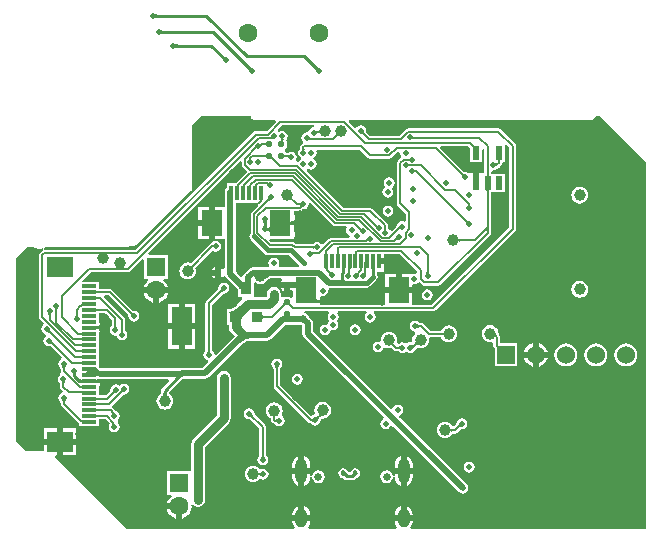
<source format=gbl>
G04*
G04 #@! TF.GenerationSoftware,Altium Limited,Altium Designer,20.2.6 (244)*
G04*
G04 Layer_Physical_Order=4*
G04 Layer_Color=16711680*
%FSLAX25Y25*%
%MOIN*%
G70*
G04*
G04 #@! TF.SameCoordinates,568CAEEB-50F0-44EC-8363-EC95FF72310B*
G04*
G04*
G04 #@! TF.FilePolarity,Positive*
G04*
G01*
G75*
%ADD10C,0.00500*%
%ADD12C,0.01000*%
%ADD14C,0.00600*%
%ADD18C,0.00700*%
%ADD22R,0.07087X0.08661*%
%ADD23R,0.01181X0.05118*%
G04:AMPARAMS|DCode=34|XSize=20mil|YSize=20mil|CornerRadius=5mil|HoleSize=0mil|Usage=FLASHONLY|Rotation=180.000|XOffset=0mil|YOffset=0mil|HoleType=Round|Shape=RoundedRectangle|*
%AMROUNDEDRECTD34*
21,1,0.02000,0.01000,0,0,180.0*
21,1,0.01000,0.02000,0,0,180.0*
1,1,0.01000,-0.00500,0.00500*
1,1,0.01000,0.00500,0.00500*
1,1,0.01000,0.00500,-0.00500*
1,1,0.01000,-0.00500,-0.00500*
%
%ADD34ROUNDEDRECTD34*%
%ADD38R,0.03543X0.03740*%
%ADD39R,0.03543X0.03740*%
G04:AMPARAMS|DCode=40|XSize=20mil|YSize=20mil|CornerRadius=5mil|HoleSize=0mil|Usage=FLASHONLY|Rotation=270.000|XOffset=0mil|YOffset=0mil|HoleType=Round|Shape=RoundedRectangle|*
%AMROUNDEDRECTD40*
21,1,0.02000,0.01000,0,0,270.0*
21,1,0.01000,0.02000,0,0,270.0*
1,1,0.01000,-0.00500,-0.00500*
1,1,0.01000,-0.00500,0.00500*
1,1,0.01000,0.00500,0.00500*
1,1,0.01000,0.00500,-0.00500*
%
%ADD40ROUNDEDRECTD40*%
%ADD44R,0.05118X0.01181*%
%ADD45R,0.08661X0.07087*%
%ADD46R,0.07000X0.13000*%
%ADD115C,0.02000*%
%ADD116C,0.01500*%
%ADD117C,0.03000*%
%ADD120C,0.06000*%
%ADD121R,0.06000X0.06000*%
%ADD122C,0.06299*%
%ADD123R,0.06299X0.06299*%
%ADD124C,0.02559*%
%ADD125O,0.03937X0.06299*%
%ADD126O,0.03937X0.08268*%
%ADD127C,0.02000*%
%ADD128C,0.02500*%
%ADD129C,0.03937*%
%ADD130C,0.01800*%
%ADD131R,0.02362X0.04528*%
G36*
X47622Y173262D02*
X47672Y173228D01*
X47729Y173198D01*
X47793Y173172D01*
X47865Y173150D01*
X47944Y173132D01*
X48030Y173118D01*
X48123Y173108D01*
X48331Y173100D01*
Y172100D01*
X48223Y172098D01*
X48030Y172082D01*
X47944Y172068D01*
X47865Y172050D01*
X47793Y172028D01*
X47729Y172002D01*
X47672Y171972D01*
X47622Y171938D01*
X47579Y171900D01*
Y173300D01*
X47622Y173262D01*
D02*
G37*
G36*
X49622Y167762D02*
X49672Y167728D01*
X49729Y167698D01*
X49793Y167672D01*
X49865Y167650D01*
X49944Y167632D01*
X50030Y167618D01*
X50123Y167608D01*
X50331Y167600D01*
Y166600D01*
X50223Y166598D01*
X50030Y166582D01*
X49944Y166568D01*
X49865Y166550D01*
X49793Y166528D01*
X49729Y166502D01*
X49672Y166472D01*
X49622Y166438D01*
X49579Y166400D01*
Y167800D01*
X49622Y167762D01*
D02*
G37*
G36*
X54496Y163262D02*
X54546Y163228D01*
X54603Y163198D01*
X54668Y163172D01*
X54739Y163150D01*
X54818Y163132D01*
X54904Y163118D01*
X54997Y163108D01*
X55205Y163100D01*
Y162100D01*
X55098Y162098D01*
X54904Y162082D01*
X54818Y162068D01*
X54739Y162050D01*
X54668Y162028D01*
X54603Y162002D01*
X54546Y161972D01*
X54496Y161938D01*
X54453Y161900D01*
Y163300D01*
X54496Y163262D01*
D02*
G37*
G36*
X70681Y159047D02*
X70830Y158922D01*
X70900Y158871D01*
X70969Y158828D01*
X71035Y158792D01*
X71099Y158765D01*
X71161Y158746D01*
X71220Y158735D01*
X71277Y158731D01*
X70287Y157741D01*
X70284Y157799D01*
X70272Y157858D01*
X70253Y157920D01*
X70226Y157984D01*
X70191Y158050D01*
X70148Y158118D01*
X70097Y158189D01*
X70038Y158262D01*
X69897Y158415D01*
X70604Y159122D01*
X70681Y159047D01*
D02*
G37*
G36*
X101670Y155415D02*
X101819Y155290D01*
X101889Y155239D01*
X101958Y155196D01*
X102024Y155161D01*
X102088Y155134D01*
X102149Y155115D01*
X102209Y155103D01*
X102266Y155100D01*
X101276Y154110D01*
X101273Y154167D01*
X101261Y154227D01*
X101242Y154288D01*
X101215Y154352D01*
X101180Y154418D01*
X101137Y154487D01*
X101086Y154557D01*
X101027Y154630D01*
X100886Y154783D01*
X101593Y155490D01*
X101670Y155415D01*
D02*
G37*
G36*
X79459D02*
X79607Y155290D01*
X79678Y155239D01*
X79747Y155196D01*
X79813Y155161D01*
X79877Y155134D01*
X79938Y155115D01*
X79998Y155103D01*
X80055Y155100D01*
X79065Y154110D01*
X79062Y154167D01*
X79050Y154227D01*
X79031Y154288D01*
X79004Y154352D01*
X78969Y154418D01*
X78926Y154487D01*
X78875Y154557D01*
X78816Y154630D01*
X78675Y154783D01*
X79382Y155490D01*
X79459Y155415D01*
D02*
G37*
G36*
X100543Y135391D02*
X100003Y135284D01*
X99411Y134889D01*
X99016Y134297D01*
X98983Y134130D01*
X98302Y133654D01*
X98209Y133672D01*
X97512Y133534D01*
X96921Y133139D01*
X96526Y132547D01*
X96387Y131850D01*
X96526Y131153D01*
X96891Y130605D01*
X96914Y130510D01*
X96832Y129899D01*
X96667Y129789D01*
X96316Y129438D01*
X96076Y129078D01*
X95991Y128654D01*
Y128412D01*
X95990Y128406D01*
X95984Y128387D01*
X95974Y128365D01*
X95960Y128339D01*
X95941Y128308D01*
X95915Y128272D01*
X95886Y128238D01*
X95811Y128189D01*
X95416Y127597D01*
X95278Y126900D01*
X95416Y126203D01*
X95811Y125611D01*
X96227Y125333D01*
X96250Y125264D01*
Y124736D01*
X96227Y124667D01*
X95811Y124389D01*
X95544Y123989D01*
X95416Y123797D01*
X95209Y123696D01*
X94544Y123975D01*
X94481Y124150D01*
X94784Y124603D01*
X94922Y125300D01*
X94784Y125997D01*
X94389Y126589D01*
X93797Y126984D01*
X93100Y127122D01*
X92403Y126984D01*
X92348Y126947D01*
X92266Y126918D01*
X91988Y126838D01*
X91939Y126827D01*
X91833Y126809D01*
X91469D01*
X91221Y127179D01*
X90869Y127415D01*
X90829Y127738D01*
X90869Y128061D01*
X91221Y128296D01*
X91506Y128722D01*
X91606Y129224D01*
Y130224D01*
X91506Y130727D01*
X91302Y131032D01*
X91684Y131603D01*
X91822Y132300D01*
X91684Y132997D01*
X91289Y133589D01*
X90697Y133984D01*
X90000Y134122D01*
X89303Y133984D01*
X89066Y133826D01*
X88692Y134002D01*
X88590Y134672D01*
X89909Y135991D01*
X100485D01*
X100543Y135391D01*
D02*
G37*
G36*
X101303Y134411D02*
X101631Y134259D01*
X101730Y134222D01*
X101911Y134168D01*
X101994Y134151D01*
X102013Y134148D01*
X102081Y134160D01*
X102146Y134178D01*
X102201Y134201D01*
X102248Y134228D01*
X102285Y134261D01*
X102313Y134300D01*
X102331Y134343D01*
X102341Y134391D01*
X102500Y133404D01*
X102475Y133448D01*
X102443Y133488D01*
X102404Y133523D01*
X102356Y133553D01*
X102302Y133579D01*
X102239Y133600D01*
X102169Y133616D01*
X102144Y133620D01*
X102127Y133617D01*
X102046Y133592D01*
X101969Y133557D01*
X101896Y133511D01*
X101826Y133456D01*
X101760Y133391D01*
X101698Y133315D01*
X101640Y133230D01*
X101585Y133134D01*
X101183Y134476D01*
X101303Y134411D01*
D02*
G37*
G36*
X117191Y134080D02*
X117200Y133976D01*
X117215Y133876D01*
X117236Y133781D01*
X117264Y133691D01*
X117298Y133606D01*
X117339Y133525D01*
X117386Y133450D01*
X117440Y133379D01*
X117500Y133313D01*
X117076Y132889D01*
X117010Y132949D01*
X116939Y133003D01*
X116864Y133050D01*
X116783Y133091D01*
X116698Y133125D01*
X116608Y133153D01*
X116513Y133174D01*
X116413Y133189D01*
X116309Y133198D01*
X116199Y133200D01*
X117189Y134190D01*
X117191Y134080D01*
D02*
G37*
G36*
X108707Y132500D02*
X108661Y132521D01*
X108613Y132533D01*
X108563Y132536D01*
X108510Y132529D01*
X108455Y132512D01*
X108397Y132487D01*
X108337Y132451D01*
X108274Y132407D01*
X108210Y132353D01*
X108143Y132289D01*
X107789Y132643D01*
X107853Y132710D01*
X107907Y132774D01*
X107951Y132837D01*
X107987Y132897D01*
X108012Y132955D01*
X108029Y133010D01*
X108036Y133063D01*
X108033Y133113D01*
X108021Y133161D01*
X108000Y133207D01*
X108707Y132500D01*
D02*
G37*
G36*
X99176Y132141D02*
X99226Y132055D01*
X99281Y131980D01*
X99341Y131914D01*
X99405Y131858D01*
X99475Y131813D01*
X99550Y131777D01*
X99629Y131752D01*
X99713Y131737D01*
X99802Y131731D01*
X99595Y131231D01*
X99529Y131228D01*
X99455Y131220D01*
X99375Y131205D01*
X99193Y131158D01*
X99091Y131125D01*
X98745Y130992D01*
X98615Y130936D01*
X99131Y132238D01*
X99176Y132141D01*
D02*
G37*
G36*
X90614Y131498D02*
X90470Y131324D01*
X90412Y131237D01*
X90363Y131152D01*
X90322Y131067D01*
X90290Y130982D01*
X90276Y130926D01*
X90289Y130870D01*
X90311Y130808D01*
X90338Y130758D01*
X90369Y130718D01*
X90406Y130689D01*
X90447Y130671D01*
X90493Y130663D01*
X89500Y130710D01*
X89547Y130713D01*
X89590Y130727D01*
X89627Y130751D01*
X89660Y130786D01*
X89688Y130832D01*
X89710Y130888D01*
X89722Y130935D01*
X89710Y130982D01*
X89678Y131067D01*
X89638Y131152D01*
X89588Y131237D01*
X89530Y131324D01*
X89462Y131411D01*
X89385Y131498D01*
X89300Y131586D01*
X90700D01*
X90614Y131498D01*
D02*
G37*
G36*
X83320Y129662D02*
X83267Y129608D01*
X83180Y129506D01*
X83146Y129460D01*
X83118Y129416D01*
X83096Y129375D01*
X83081Y129337D01*
X83072Y129301D01*
X83070Y129268D01*
X83073Y129238D01*
X82608Y129870D01*
X82636Y129857D01*
X82665Y129850D01*
X82696Y129850D01*
X82730Y129855D01*
X82764Y129867D01*
X82801Y129885D01*
X82840Y129908D01*
X82880Y129938D01*
X82922Y129974D01*
X82966Y130016D01*
X83320Y129662D01*
D02*
G37*
G36*
X84807Y129339D02*
X84803Y129386D01*
X84789Y129429D01*
X84764Y129466D01*
X84728Y129499D01*
X84682Y129526D01*
X84626Y129549D01*
X84559Y129567D01*
X84482Y129579D01*
X84394Y129587D01*
X84295Y129589D01*
Y130089D01*
X84396Y130092D01*
X84486Y130099D01*
X84566Y130111D01*
X84635Y130129D01*
X84694Y130151D01*
X84742Y130178D01*
X84780Y130210D01*
X84807Y130247D01*
X84824Y130290D01*
X84830Y130337D01*
X84807Y129339D01*
D02*
G37*
G36*
X153715Y129474D02*
X153937Y129285D01*
X154035Y129216D01*
X154124Y129164D01*
X154205Y129129D01*
X154276Y129111D01*
X154339Y129109D01*
X154394Y129125D01*
X154439Y129158D01*
X153603Y128321D01*
X153636Y128367D01*
X153651Y128421D01*
X153650Y128484D01*
X153632Y128556D01*
X153597Y128637D01*
X153545Y128726D01*
X153475Y128824D01*
X153390Y128930D01*
X153166Y129170D01*
X153591Y129594D01*
X153715Y129474D01*
D02*
G37*
G36*
X97404Y128365D02*
X97416Y128277D01*
X97436Y128190D01*
X97464Y128105D01*
X97500Y128020D01*
X97544Y127937D01*
X97596Y127854D01*
X97656Y127773D01*
X97724Y127693D01*
X97800Y127614D01*
X96400D01*
X96476Y127693D01*
X96544Y127773D01*
X96604Y127854D01*
X96656Y127937D01*
X96700Y128020D01*
X96736Y128105D01*
X96764Y128190D01*
X96784Y128277D01*
X96796Y128365D01*
X96800Y128454D01*
X97400D01*
X97404Y128365D01*
D02*
G37*
G36*
X90784Y126204D02*
X90799Y126161D01*
X90825Y126124D01*
X90861Y126091D01*
X90907Y126064D01*
X90963Y126041D01*
X91030Y126024D01*
X91106Y126011D01*
X91193Y126004D01*
X91291Y126001D01*
Y125501D01*
X91193Y125499D01*
X91106Y125491D01*
X91030Y125479D01*
X90963Y125461D01*
X90907Y125439D01*
X90861Y125412D01*
X90825Y125380D01*
X90799Y125343D01*
X90784Y125301D01*
X90779Y125253D01*
X90779Y126251D01*
X90784Y126204D01*
D02*
G37*
G36*
X84889Y124999D02*
X84879Y125064D01*
X84853Y125122D01*
X84812Y125174D01*
X84756Y125219D01*
X84684Y125256D01*
X84597Y125287D01*
X84495Y125311D01*
X84377Y125329D01*
X84244Y125339D01*
X84096Y125342D01*
Y126042D01*
X84238Y126046D01*
X84366Y126056D01*
X84478Y126074D01*
X84575Y126098D01*
X84657Y126129D01*
X84724Y126167D01*
X84774Y126213D01*
X84810Y126265D01*
X84830Y126324D01*
X84835Y126390D01*
X84889Y124999D01*
D02*
G37*
G36*
X92147Y124997D02*
X92112Y125093D01*
X92071Y125179D01*
X92023Y125254D01*
X91970Y125320D01*
X91910Y125375D01*
X91845Y125421D01*
X91773Y125456D01*
X91695Y125481D01*
X91611Y125496D01*
X91520Y125501D01*
X91787Y126001D01*
X91854Y126004D01*
X91928Y126011D01*
X92096Y126039D01*
X92190Y126061D01*
X92510Y126153D01*
X92756Y126239D01*
X92147Y124997D01*
D02*
G37*
G36*
X86761Y125636D02*
X86756Y125584D01*
X86762Y125526D01*
X86781Y125463D01*
X86812Y125395D01*
X86854Y125322D01*
X86909Y125243D01*
X86975Y125160D01*
X87144Y124977D01*
X86920Y124494D01*
X86824Y124586D01*
X86655Y124729D01*
X86581Y124778D01*
X86516Y124812D01*
X86458Y124832D01*
X86407Y124838D01*
X86365Y124829D01*
X86330Y124806D01*
X86302Y124768D01*
X86779Y125684D01*
X86761Y125636D01*
D02*
G37*
G36*
X162874Y124671D02*
X162814Y124650D01*
X162762Y124614D01*
X162716Y124564D01*
X162678Y124500D01*
X162646Y124422D01*
X162622Y124329D01*
X162604Y124223D01*
X162594Y124102D01*
X162590Y123966D01*
X161890D01*
X161887Y124102D01*
X161876Y124223D01*
X161859Y124329D01*
X161834Y124422D01*
X161803Y124500D01*
X161764Y124564D01*
X161719Y124614D01*
X161666Y124650D01*
X161607Y124671D01*
X161540Y124678D01*
X162940D01*
X162874Y124671D01*
D02*
G37*
G36*
X161156Y123411D02*
X161185Y123398D01*
X161224Y123387D01*
X161273Y123377D01*
X161331Y123368D01*
X161478Y123356D01*
X161773Y123349D01*
Y122649D01*
X161702Y122647D01*
X161582Y122636D01*
X161532Y122627D01*
X161488Y122615D01*
X161452Y122600D01*
X161422Y122582D01*
X161398Y122562D01*
X161381Y122539D01*
X161372Y122513D01*
X161137Y123426D01*
X161156Y123411D01*
D02*
G37*
G36*
X118515Y125240D02*
X118875Y125000D01*
X119299Y124916D01*
X125692D01*
X126116Y125000D01*
X126476Y125240D01*
X128395Y127160D01*
X128991Y127136D01*
X129384Y126645D01*
X129378Y126614D01*
X129516Y125917D01*
X129847Y125422D01*
X129736Y125348D01*
X128602Y124214D01*
X128373Y123871D01*
X128292Y123466D01*
Y109941D01*
X128373Y109536D01*
X128602Y109193D01*
X131212Y106583D01*
Y104229D01*
X130612Y103908D01*
X130558Y103944D01*
X129860Y104083D01*
X129163Y103944D01*
X128572Y103549D01*
X128177Y102958D01*
X128148Y102815D01*
X128142Y102803D01*
X128026Y102462D01*
X128002Y102403D01*
X127936Y102268D01*
X127918Y102236D01*
X127905Y102218D01*
X126513Y100825D01*
X125855Y101015D01*
X125539Y101489D01*
X125258Y101676D01*
Y102615D01*
X125177Y103020D01*
X124948Y103363D01*
X120063Y108248D01*
X119720Y108477D01*
X119315Y108558D01*
X110338D01*
X98206Y120690D01*
X98329Y121358D01*
X98705Y121515D01*
X99003Y121316D01*
X99700Y121178D01*
X100397Y121316D01*
X100989Y121711D01*
X101384Y122303D01*
X101522Y123000D01*
X101384Y123697D01*
X100989Y124289D01*
X100489Y124623D01*
X100438Y124950D01*
X100489Y125277D01*
X100989Y125611D01*
X101384Y126203D01*
X101522Y126900D01*
X101444Y127296D01*
X101851Y127896D01*
X115859D01*
X118515Y125240D01*
D02*
G37*
G36*
X165691Y128723D02*
Y102011D01*
X139889Y76209D01*
X133356D01*
Y80000D01*
X128813D01*
X124269D01*
Y76209D01*
X102647D01*
Y78653D01*
X103247Y79128D01*
X103500Y79078D01*
X104197Y79216D01*
X104789Y79611D01*
X105184Y80203D01*
X105322Y80900D01*
X105285Y81088D01*
X105465Y81354D01*
X105789Y81628D01*
X110773D01*
X111471Y81766D01*
X111645Y81883D01*
X118173D01*
X118773Y82002D01*
X119282Y82342D01*
X121428Y84488D01*
X121768Y84997D01*
X121888Y85597D01*
X121768Y86197D01*
X121661Y86358D01*
Y87272D01*
X123907D01*
Y89831D01*
X122317D01*
Y91831D01*
X123907D01*
Y93091D01*
X129302D01*
X135030Y87362D01*
X134982Y86911D01*
X134428Y86537D01*
X134000Y86622D01*
X133303Y86484D01*
X133074Y86331D01*
X129813D01*
Y82000D01*
X133356D01*
Y82633D01*
X133820Y83013D01*
X134000Y82978D01*
X134697Y83116D01*
X135289Y83511D01*
X135329Y83572D01*
X135926Y83631D01*
X136641Y82916D01*
X137001Y82676D01*
X137425Y82591D01*
X142000D01*
X142424Y82676D01*
X142784Y82916D01*
X159284Y99416D01*
X159524Y99776D01*
X159609Y100200D01*
Y101954D01*
Y113631D01*
X164209D01*
Y119733D01*
X159609D01*
Y120473D01*
X160209Y120966D01*
X160400Y120928D01*
X161097Y121066D01*
X161689Y121461D01*
X161967Y121878D01*
X162216Y121927D01*
X162593Y122179D01*
X163060Y122646D01*
X163060Y122646D01*
X163312Y123022D01*
X163400Y123466D01*
X163799Y123867D01*
X164209D01*
Y129357D01*
X164809Y129605D01*
X165691Y128723D01*
D02*
G37*
G36*
X134230Y121179D02*
X134248Y121162D01*
X134273Y121148D01*
X134306Y121135D01*
X134344Y121124D01*
X134390Y121116D01*
X134443Y121109D01*
X134568Y121101D01*
X134641Y121100D01*
Y120500D01*
X134568Y120499D01*
X134390Y120484D01*
X134344Y120476D01*
X134306Y120465D01*
X134273Y120452D01*
X134248Y120438D01*
X134230Y120421D01*
X134218Y120403D01*
Y121197D01*
X134230Y121179D01*
D02*
G37*
G36*
X158803Y119417D02*
X158812Y119313D01*
X158827Y119222D01*
X158848Y119142D01*
X158875Y119075D01*
X158908Y119020D01*
X158947Y118977D01*
X158992Y118946D01*
X159043Y118928D01*
X159100Y118922D01*
X157900D01*
X157957Y118928D01*
X158008Y118946D01*
X158053Y118977D01*
X158092Y119020D01*
X158125Y119075D01*
X158152Y119142D01*
X158173Y119222D01*
X158188Y119313D01*
X158197Y119417D01*
X158200Y119534D01*
X158800D01*
X158803Y119417D01*
D02*
G37*
G36*
X150154Y119976D02*
X150224Y119922D01*
X150300Y119874D01*
X150380Y119833D01*
X150465Y119797D01*
X150556Y119767D01*
X150651Y119744D01*
X150751Y119726D01*
X150857Y119715D01*
X150967Y119709D01*
X149946Y118752D01*
X149947Y118860D01*
X149942Y118964D01*
X149929Y119063D01*
X149910Y119158D01*
X149884Y119248D01*
X149851Y119333D01*
X149811Y119413D01*
X149764Y119489D01*
X149711Y119560D01*
X149650Y119626D01*
X150089Y120036D01*
X150154Y119976D01*
D02*
G37*
G36*
X152701Y128492D02*
X152782Y128404D01*
X152791Y128393D01*
Y123867D01*
X156728D01*
Y127775D01*
X157328Y128095D01*
X157391Y128053D01*
Y120307D01*
X156941Y119946D01*
X155760D01*
Y116682D01*
X153760D01*
Y119946D01*
X152579D01*
X152579Y119946D01*
X152051Y120120D01*
X151642Y120393D01*
X150945Y120532D01*
X150883Y120519D01*
X150864Y120522D01*
X150817Y120530D01*
X150777Y120540D01*
X150745Y120550D01*
X150720Y120561D01*
X150700Y120571D01*
X150691Y120577D01*
X142692Y128576D01*
X142922Y129130D01*
X152063D01*
X152701Y128492D01*
D02*
G37*
G36*
X159043Y114436D02*
X158992Y114418D01*
X158947Y114387D01*
X158908Y114344D01*
X158875Y114289D01*
X158848Y114222D01*
X158827Y114142D01*
X158812Y114050D01*
X158803Y113946D01*
X158800Y113830D01*
X158200D01*
X158197Y113946D01*
X158188Y114050D01*
X158173Y114142D01*
X158152Y114222D01*
X158125Y114289D01*
X158092Y114344D01*
X158053Y114387D01*
X158008Y114418D01*
X157957Y114436D01*
X157900Y114442D01*
X159100D01*
X159043Y114436D01*
D02*
G37*
G36*
X93379Y111861D02*
X93367Y111813D01*
X93364Y111763D01*
X93371Y111710D01*
X93388Y111654D01*
X93413Y111597D01*
X93449Y111537D01*
X93493Y111474D01*
X93547Y111410D01*
X93611Y111343D01*
X93257Y110989D01*
X93190Y111053D01*
X93126Y111107D01*
X93063Y111151D01*
X93003Y111187D01*
X92945Y111213D01*
X92890Y111229D01*
X92837Y111236D01*
X92787Y111233D01*
X92739Y111222D01*
X92693Y111200D01*
X93400Y111907D01*
X93379Y111861D01*
D02*
G37*
G36*
X86283Y111000D02*
X86160Y110998D01*
X85935Y110977D01*
X85833Y110957D01*
X85738Y110932D01*
X85649Y110900D01*
X85567Y110863D01*
X85491Y110819D01*
X85423Y110770D01*
X85361Y110714D01*
X85007Y111068D01*
X85063Y111130D01*
X85112Y111198D01*
X85156Y111274D01*
X85193Y111356D01*
X85225Y111444D01*
X85251Y111540D01*
X85270Y111642D01*
X85284Y111751D01*
X85291Y111867D01*
X85293Y111990D01*
X86283Y111000D01*
D02*
G37*
G36*
X94228Y111012D02*
X94213Y110967D01*
X94208Y110919D01*
X94213Y110868D01*
X94228Y110814D01*
X94253Y110758D01*
X94287Y110698D01*
X94332Y110636D01*
X94386Y110571D01*
X94450Y110503D01*
X94097Y110150D01*
X94029Y110214D01*
X93964Y110268D01*
X93902Y110313D01*
X93842Y110347D01*
X93786Y110372D01*
X93732Y110387D01*
X93681Y110392D01*
X93633Y110387D01*
X93588Y110372D01*
X93545Y110348D01*
X94252Y111055D01*
X94228Y111012D01*
D02*
G37*
G36*
X152698Y109697D02*
X152706Y109611D01*
X152719Y109531D01*
X152737Y109457D01*
X152761Y109388D01*
X152790Y109326D01*
X152824Y109270D01*
X152864Y109220D01*
X152908Y109175D01*
X152958Y109137D01*
X151833Y109131D01*
X151883Y109170D01*
X151928Y109215D01*
X151967Y109266D01*
X152001Y109323D01*
X152030Y109386D01*
X152053Y109454D01*
X152072Y109529D01*
X152085Y109610D01*
X152093Y109696D01*
X152095Y109789D01*
X152695D01*
X152698Y109697D01*
D02*
G37*
G36*
X96386Y109493D02*
X97090Y108789D01*
X96967Y108788D01*
X96742Y108766D01*
X96640Y108747D01*
X96544Y108721D01*
X96456Y108689D01*
X96373Y108652D01*
X96298Y108608D01*
X96230Y108559D01*
X96168Y108503D01*
X95814Y108857D01*
X95870Y108919D01*
X95919Y108987D01*
X95963Y109063D01*
X96000Y109145D01*
X96032Y109234D01*
X96057Y109329D01*
X96063Y109360D01*
X96038Y109377D01*
X95952Y109427D01*
X95867Y109467D01*
X95782Y109499D01*
X95698Y109521D01*
X95615Y109535D01*
X95532Y109539D01*
Y110039D01*
X95615Y110044D01*
X95698Y110057D01*
X95782Y110080D01*
X95867Y110111D01*
X95952Y110152D01*
X96038Y110201D01*
X96124Y110260D01*
X96210Y110327D01*
X96298Y110404D01*
X96386Y110489D01*
Y109493D01*
D02*
G37*
G36*
X106930Y102752D02*
X107273Y102523D01*
X107677Y102442D01*
X111253D01*
X111574Y101842D01*
X111452Y101660D01*
X111313Y100962D01*
X111452Y100265D01*
X111847Y99674D01*
X112438Y99279D01*
X112698Y99227D01*
X112758Y99058D01*
X112336Y98458D01*
X106216D01*
X105812Y98377D01*
X105468Y98148D01*
X103670Y96350D01*
X102898Y96426D01*
X102789Y96589D01*
X102197Y96984D01*
X101500Y97122D01*
X100803Y96984D01*
X100211Y96589D01*
X100159Y96510D01*
X100153Y96505D01*
X100099Y96457D01*
X100052Y96420D01*
X100011Y96393D01*
X99978Y96374D01*
X99954Y96362D01*
X99942Y96358D01*
X94575D01*
X94185Y96748D01*
X93841Y96977D01*
X93437Y97058D01*
X86301D01*
X85744Y97615D01*
X85973Y98169D01*
X93990D01*
Y98760D01*
X94191D01*
Y100531D01*
X93990D01*
Y104469D01*
X94191D01*
Y106240D01*
X93990D01*
Y107523D01*
X95891D01*
X96296Y107604D01*
X96639Y107833D01*
X96746Y107940D01*
X96757Y107945D01*
X96783Y107954D01*
X96820Y107964D01*
X96856Y107970D01*
X97008Y107985D01*
X97100Y107967D01*
X97797Y108106D01*
X98389Y108501D01*
X98784Y109092D01*
X98922Y109789D01*
X98892Y109941D01*
X99445Y110236D01*
X106930Y102752D01*
D02*
G37*
G36*
X84962Y104043D02*
X84928Y103993D01*
X84898Y103936D01*
X84872Y103872D01*
X84850Y103800D01*
X84832Y103721D01*
X84818Y103635D01*
X84808Y103542D01*
X84800Y103334D01*
X83800D01*
X83798Y103442D01*
X83782Y103635D01*
X83768Y103721D01*
X83750Y103800D01*
X83728Y103872D01*
X83702Y103936D01*
X83672Y103993D01*
X83638Y104043D01*
X83600Y104086D01*
X85000D01*
X84962Y104043D01*
D02*
G37*
G36*
X151579Y104291D02*
X151650Y104238D01*
X151725Y104191D01*
X151806Y104150D01*
X151891Y104115D01*
X151981Y104088D01*
X152076Y104066D01*
X152176Y104051D01*
X152280Y104043D01*
X152390Y104041D01*
X151400Y103051D01*
X151398Y103160D01*
X151389Y103265D01*
X151374Y103365D01*
X151353Y103460D01*
X151325Y103550D01*
X151291Y103635D01*
X151250Y103715D01*
X151203Y103791D01*
X151149Y103862D01*
X151089Y103927D01*
X151513Y104352D01*
X151579Y104291D01*
D02*
G37*
G36*
X92988Y104405D02*
X93018Y104320D01*
X93068Y104245D01*
X93138Y104180D01*
X93228Y104125D01*
X93338Y104080D01*
X93468Y104045D01*
X93618Y104020D01*
X93788Y104005D01*
X93978Y104000D01*
Y103000D01*
X93788Y102995D01*
X93618Y102980D01*
X93468Y102955D01*
X93338Y102920D01*
X93228Y102875D01*
X93138Y102820D01*
X93068Y102755D01*
X93018Y102680D01*
X92988Y102595D01*
X92978Y102500D01*
Y104500D01*
X92988Y104405D01*
D02*
G37*
G36*
X84802Y102658D02*
X84818Y102465D01*
X84832Y102379D01*
X84850Y102300D01*
X84872Y102228D01*
X84898Y102164D01*
X84928Y102107D01*
X84962Y102057D01*
X85000Y102014D01*
X83600D01*
X83638Y102057D01*
X83672Y102107D01*
X83702Y102164D01*
X83728Y102228D01*
X83750Y102300D01*
X83768Y102379D01*
X83782Y102465D01*
X83792Y102558D01*
X83800Y102766D01*
X84800D01*
X84802Y102658D01*
D02*
G37*
G36*
X85927Y100300D02*
X85917Y100395D01*
X85887Y100480D01*
X85836Y100555D01*
X85765Y100620D01*
X85674Y100675D01*
X85563Y100720D01*
X85431Y100755D01*
X85368Y100765D01*
X85300Y100750D01*
X85229Y100728D01*
X85164Y100702D01*
X85107Y100672D01*
X85057Y100638D01*
X85014Y100600D01*
Y100797D01*
X84915Y100800D01*
Y101800D01*
X85014Y101803D01*
Y102000D01*
X85057Y101962D01*
X85107Y101928D01*
X85164Y101898D01*
X85229Y101872D01*
X85300Y101850D01*
X85368Y101835D01*
X85431Y101845D01*
X85563Y101880D01*
X85674Y101925D01*
X85765Y101980D01*
X85836Y102045D01*
X85887Y102120D01*
X85917Y102205D01*
X85927Y102300D01*
Y100300D01*
D02*
G37*
G36*
X129557Y101308D02*
X129451Y101337D01*
X129350Y101357D01*
X129253Y101367D01*
X129160Y101367D01*
X129072Y101357D01*
X128989Y101338D01*
X128910Y101308D01*
X128835Y101269D01*
X128764Y101220D01*
X128698Y101161D01*
X128458Y101628D01*
X128506Y101681D01*
X128554Y101743D01*
X128600Y101813D01*
X128646Y101892D01*
X128735Y102075D01*
X128778Y102180D01*
X128902Y102545D01*
X129557Y101308D01*
D02*
G37*
G36*
X158800Y101954D02*
X158200Y100629D01*
X158196Y100739D01*
X158183Y100829D01*
X158162Y100897D01*
X158132Y100946D01*
X158094Y100973D01*
X158047Y100981D01*
X157992Y100968D01*
X157929Y100934D01*
X157856Y100880D01*
X157776Y100805D01*
Y101654D01*
X157856Y101740D01*
X157929Y101830D01*
X157992Y101924D01*
X158047Y102021D01*
X158094Y102122D01*
X158132Y102226D01*
X158162Y102334D01*
X158183Y102445D01*
X158196Y102560D01*
X158200Y102678D01*
X158800Y101954D01*
D02*
G37*
G36*
X128722Y97855D02*
X128619Y97887D01*
X128519Y97909D01*
X128423Y97920D01*
X128332Y97922D01*
X128245Y97913D01*
X128162Y97894D01*
X128083Y97865D01*
X128009Y97826D01*
X127938Y97777D01*
X127872Y97719D01*
X127642Y98196D01*
X127689Y98247D01*
X127736Y98308D01*
X127783Y98378D01*
X127829Y98456D01*
X127920Y98638D01*
X127966Y98743D01*
X128099Y99109D01*
X128722Y97855D01*
D02*
G37*
G36*
X148899Y98156D02*
X148932Y98105D01*
X148976Y98060D01*
X149028Y98021D01*
X149091Y97988D01*
X149162Y97961D01*
X149244Y97940D01*
X149335Y97925D01*
X149435Y97916D01*
X149546Y97913D01*
Y97313D01*
X149435Y97310D01*
X149335Y97301D01*
X149244Y97286D01*
X149162Y97265D01*
X149091Y97238D01*
X149028Y97205D01*
X148976Y97166D01*
X148932Y97121D01*
X148899Y97070D01*
X148875Y97013D01*
Y98213D01*
X148899Y98156D01*
D02*
G37*
G36*
X100786Y94600D02*
X100698Y94686D01*
X100524Y94829D01*
X100437Y94888D01*
X100352Y94937D01*
X100267Y94978D01*
X100182Y95009D01*
X100098Y95032D01*
X100015Y95046D01*
X99932Y95050D01*
Y95550D01*
X100015Y95555D01*
X100098Y95568D01*
X100182Y95591D01*
X100267Y95622D01*
X100352Y95662D01*
X100437Y95712D01*
X100524Y95771D01*
X100610Y95838D01*
X100698Y95915D01*
X100786Y96000D01*
Y94600D01*
D02*
G37*
G36*
X79687Y139100D02*
X79787Y138598D01*
X80072Y138172D01*
X80498Y137887D01*
X81000Y137787D01*
X87785D01*
X88015Y137233D01*
X84821Y134039D01*
X81185D01*
X80761Y133955D01*
X80401Y133715D01*
X41195Y94509D01*
X10779D01*
X10641Y95069D01*
X11198Y95300D01*
X39000D01*
Y95862D01*
X39061Y95924D01*
X40736D01*
X41238Y96023D01*
X41664Y96308D01*
X59528Y114172D01*
X59813Y114598D01*
X59913Y115100D01*
Y136271D01*
X62800Y139159D01*
X79687D01*
Y139100D01*
D02*
G37*
G36*
X32284Y93100D02*
X31763Y93017D01*
X30300Y93485D01*
X28837Y93017D01*
X28316Y93100D01*
X28708Y93700D01*
X29873Y93622D01*
X30300Y93485D01*
X30727Y93622D01*
X31892Y93700D01*
X32284Y93100D01*
D02*
G37*
G36*
X108840Y93864D02*
X108848Y93762D01*
X108862Y93672D01*
X108881Y93594D01*
X108907Y93528D01*
X108937Y93474D01*
X108974Y93432D01*
X109015Y93402D01*
X109063Y93384D01*
X109116Y93378D01*
X107958D01*
X108011Y93384D01*
X108059Y93402D01*
X108100Y93432D01*
X108137Y93474D01*
X108167Y93528D01*
X108192Y93594D01*
X108212Y93672D01*
X108226Y93762D01*
X108234Y93864D01*
X108237Y93978D01*
X108837D01*
X108840Y93864D01*
D02*
G37*
G36*
X115021Y93378D02*
X114262Y93366D01*
X114295Y93371D01*
X114324Y93386D01*
X114349Y93410D01*
X114372Y93444D01*
X114390Y93488D01*
X114406Y93541D01*
X114418Y93603D01*
X114426Y93676D01*
X114431Y93757D01*
X114433Y93849D01*
X115033D01*
X115021Y93378D01*
D02*
G37*
G36*
X104852Y93780D02*
X104860Y93693D01*
X104873Y93617D01*
X104890Y93550D01*
X104912Y93494D01*
X104940Y93448D01*
X104973Y93412D01*
X105010Y93386D01*
X105052Y93371D01*
X105100Y93366D01*
X104100D01*
X104148Y93371D01*
X104190Y93386D01*
X104227Y93412D01*
X104260Y93448D01*
X104288Y93494D01*
X104310Y93550D01*
X104327Y93617D01*
X104340Y93693D01*
X104348Y93780D01*
X104350Y93878D01*
X104850D01*
X104852Y93780D01*
D02*
G37*
G36*
X81360Y109772D02*
X81785D01*
X82015Y109217D01*
X79852Y107055D01*
X79623Y106712D01*
X79542Y106307D01*
Y100142D01*
X79492Y100108D01*
X79152Y99600D01*
X79032Y99000D01*
X79152Y98400D01*
X79492Y97892D01*
X84158Y93225D01*
X84666Y92886D01*
X85266Y92766D01*
X92191D01*
X95450Y89508D01*
X95490Y89303D01*
X95523Y89253D01*
X95203Y88653D01*
X91500D01*
X91485Y88650D01*
X91469Y88653D01*
X91469Y88653D01*
X89229D01*
X88908Y89253D01*
X88941Y89303D01*
X89080Y90000D01*
X88941Y90697D01*
X88546Y91289D01*
X87955Y91684D01*
X87257Y91822D01*
X86560Y91684D01*
X85969Y91289D01*
X85574Y90697D01*
X85435Y90000D01*
X85574Y89303D01*
X85607Y89253D01*
X85286Y88653D01*
X83184D01*
X82788Y88705D01*
X82391Y88653D01*
X80245D01*
X79548Y88514D01*
X78956Y88119D01*
X78956Y88119D01*
X77419Y86582D01*
X77024Y85991D01*
X76963Y85686D01*
X76312Y85488D01*
X74968Y86833D01*
X74855Y86955D01*
X74543Y87328D01*
X74522Y87357D01*
Y109984D01*
X81360D01*
Y109772D01*
D02*
G37*
G36*
X37720Y88534D02*
X37276Y87934D01*
X36096Y88053D01*
X35805Y88146D01*
X35515Y88053D01*
X34335Y87934D01*
X33892Y88534D01*
X34439Y88583D01*
X35805Y88146D01*
X37172Y88583D01*
X37720Y88534D01*
D02*
G37*
G36*
X105178Y88284D02*
X105155Y88279D01*
X105135Y88265D01*
X105117Y88243D01*
X105101Y88211D01*
X105087Y88170D01*
X105077Y88120D01*
X105068Y88060D01*
X105062Y87992D01*
X105057Y87828D01*
X104557D01*
X104555Y87916D01*
X104549Y87995D01*
X104539Y88065D01*
X104524Y88126D01*
X104506Y88177D01*
X104483Y88219D01*
X104456Y88252D01*
X104425Y88276D01*
X104390Y88290D01*
X104351Y88296D01*
X105178Y88284D01*
D02*
G37*
G36*
X112890Y88291D02*
X112847Y88275D01*
X112810Y88250D01*
X112777Y88214D01*
X112750Y88168D01*
X112727Y88111D01*
X112709Y88045D01*
X112697Y87968D01*
X112689Y87881D01*
X112687Y87784D01*
X112187D01*
X112185Y87881D01*
X112177Y87968D01*
X112164Y88045D01*
X112147Y88111D01*
X112125Y88168D01*
X112097Y88214D01*
X112065Y88250D01*
X112027Y88275D01*
X111985Y88291D01*
X111937Y88296D01*
X112937D01*
X112890Y88291D01*
D02*
G37*
G36*
X120912Y88274D02*
X120898Y88244D01*
X120887Y88194D01*
X120876Y88124D01*
X120861Y87924D01*
X120848Y87284D01*
X119848D01*
X119847Y87474D01*
X119798Y88244D01*
X119784Y88274D01*
X119770Y88284D01*
X120926D01*
X120912Y88274D01*
D02*
G37*
G36*
X111052D02*
X111023Y88244D01*
X110998Y88194D01*
X110976Y88124D01*
X110957Y88034D01*
X110942Y87924D01*
X110922Y87644D01*
X110915Y87284D01*
X109915D01*
X109927Y88284D01*
X111084D01*
X111052Y88274D01*
D02*
G37*
G36*
X138816Y87405D02*
X138829Y87317D01*
X138849Y87231D01*
X138879Y87146D01*
X138916Y87064D01*
X138961Y86983D01*
X139015Y86904D01*
X139077Y86826D01*
X139148Y86751D01*
X139227Y86677D01*
X137829Y86600D01*
X137902Y86684D01*
X137967Y86769D01*
X138024Y86854D01*
X138074Y86939D01*
X138116Y87025D01*
X138151Y87111D01*
X138178Y87198D01*
X138197Y87285D01*
X138208Y87373D01*
X138212Y87461D01*
X138812Y87495D01*
X138816Y87405D01*
D02*
G37*
G36*
X105814Y87180D02*
X105883Y87131D01*
X105958Y87087D01*
X106040Y87050D01*
X106129Y87018D01*
X106225Y86993D01*
X106327Y86973D01*
X106436Y86959D01*
X106552Y86952D01*
X106675Y86950D01*
X105685Y85960D01*
X105683Y86083D01*
X105662Y86308D01*
X105642Y86410D01*
X105617Y86506D01*
X105585Y86594D01*
X105547Y86677D01*
X105504Y86752D01*
X105455Y86820D01*
X105399Y86882D01*
X105753Y87236D01*
X105814Y87180D01*
D02*
G37*
G36*
X118001Y87087D02*
X118002Y86936D01*
X118051Y86097D01*
X118064Y86008D01*
X118079Y85928D01*
X117035Y86727D01*
X117123Y86738D01*
X117203Y86758D01*
X117273Y86787D01*
X117333Y86825D01*
X117385Y86872D01*
X117427Y86928D01*
X117459Y86994D01*
X117483Y87068D01*
X117497Y87152D01*
X117501Y87245D01*
X118001Y87087D01*
D02*
G37*
G36*
X86754Y85831D02*
X86458Y85819D01*
X86173Y85785D01*
X85900Y85728D01*
X85639Y85648D01*
X85390Y85545D01*
X85152Y85419D01*
X84926Y85270D01*
X84711Y85099D01*
X84509Y84904D01*
X84318Y84687D01*
X83584Y87726D01*
X85284Y87831D01*
X86754Y85831D01*
D02*
G37*
G36*
X73529Y87454D02*
X73588Y87323D01*
X73671Y87176D01*
X73779Y87012D01*
X73911Y86833D01*
X74252Y86424D01*
X74691Y85951D01*
X74948Y85690D01*
X73980Y83829D01*
X71845Y85919D01*
X73495Y87569D01*
X73529Y87454D01*
D02*
G37*
G36*
X79696Y83145D02*
X77829D01*
X77861Y83127D01*
X78129Y83013D01*
X78368Y82957D01*
X78577Y82958D01*
X78756Y83017D01*
X78907Y83133D01*
X76188Y80218D01*
X76296Y80377D01*
X76348Y80564D01*
X76344Y80778D01*
X76285Y81019D01*
X76170Y81288D01*
X76000Y81585D01*
X75774Y81909D01*
X75492Y82261D01*
X74762Y83047D01*
X76078Y84559D01*
X76494Y84158D01*
X77236Y83527D01*
X77339Y83455D01*
X77348Y83465D01*
X77458Y83645D01*
X77548Y83865D01*
X77618Y84125D01*
X77668Y84425D01*
X77698Y84765D01*
X77708Y85145D01*
X79708D01*
X79696Y83145D01*
D02*
G37*
G36*
X89959Y84408D02*
X89919Y84381D01*
X89587Y83885D01*
X89570Y83800D01*
X91500D01*
Y82800D01*
X92500D01*
Y80870D01*
X92585Y80887D01*
X92961Y81138D01*
X93392Y80994D01*
X93561Y80872D01*
Y78662D01*
X92961Y78480D01*
X92928Y78528D01*
X92502Y78813D01*
X92000Y78913D01*
X91000D01*
X90498Y78813D01*
X90210Y78620D01*
X89734Y78790D01*
X89610Y78886D01*
Y79804D01*
X89432Y80697D01*
X88927Y81453D01*
X88170Y81959D01*
X87277Y82136D01*
X86385Y81959D01*
X85628Y81453D01*
X85123Y80697D01*
X84945Y79804D01*
Y79156D01*
X84554Y78764D01*
X80495D01*
Y81883D01*
X80530Y82059D01*
Y83428D01*
X81130Y83724D01*
X81398Y83518D01*
X82068Y83241D01*
X82788Y83146D01*
X83507Y83241D01*
X84178Y83518D01*
X84753Y83960D01*
X84881Y84127D01*
X84921Y84157D01*
X85089Y84349D01*
X85241Y84495D01*
X85398Y84620D01*
X85561Y84727D01*
X85731Y84817D01*
X85910Y84891D01*
X86101Y84949D01*
X86304Y84992D01*
X86438Y85008D01*
X89777D01*
X89959Y84408D01*
D02*
G37*
G36*
X76492Y123740D02*
Y122934D01*
X76573Y122529D01*
X76802Y122186D01*
X78427Y120561D01*
X74669Y116802D01*
X74585Y116677D01*
X71730D01*
Y115189D01*
X71411Y114976D01*
X71016Y114385D01*
X70878Y113688D01*
Y108831D01*
X67612D01*
Y103500D01*
Y98169D01*
X70878D01*
Y88402D01*
X70278Y88220D01*
X70117Y88460D01*
X69621Y88792D01*
X69536Y88809D01*
Y86879D01*
Y84949D01*
X69621Y84966D01*
X70117Y85297D01*
X70314Y85593D01*
X70941Y85635D01*
X70997Y85616D01*
X71108Y85451D01*
X71324Y85306D01*
X72085Y84561D01*
X74545Y82101D01*
X74884Y81736D01*
X75130Y81428D01*
X75321Y81154D01*
X75377Y81057D01*
Y78629D01*
X76586D01*
X76767Y78247D01*
X76794Y78030D01*
X74798Y76033D01*
X74247Y75561D01*
X73917Y75317D01*
X73601Y75112D01*
X73311Y74951D01*
X73047Y74832D01*
X72813Y74754D01*
X72610Y74711D01*
X72377Y74694D01*
X72373Y74692D01*
X71637D01*
Y73929D01*
X71634Y73915D01*
X71637Y73896D01*
Y73844D01*
X71636Y73834D01*
X71637Y73829D01*
Y69377D01*
X72135D01*
Y68670D01*
X72313Y67778D01*
X72818Y67021D01*
X74135Y65704D01*
X68000Y59570D01*
X67349Y59767D01*
X67284Y60097D01*
X66889Y60689D01*
X66821Y60734D01*
X66815Y60741D01*
X66799Y60764D01*
X66787Y60786D01*
X66777Y60806D01*
X66769Y60826D01*
X66763Y60849D01*
X66760Y60865D01*
Y76220D01*
X70384Y79844D01*
X70398Y79853D01*
X70418Y79865D01*
X70438Y79874D01*
X70459Y79881D01*
X70483Y79887D01*
X70511Y79892D01*
X70520Y79893D01*
X70600Y79878D01*
X71297Y80016D01*
X71889Y80411D01*
X72284Y81003D01*
X72422Y81700D01*
X72284Y82397D01*
X71889Y82989D01*
X71297Y83384D01*
X70600Y83522D01*
X69903Y83384D01*
X69311Y82989D01*
X68916Y82397D01*
X68778Y81700D01*
X68793Y81620D01*
X68792Y81611D01*
X68787Y81583D01*
X68781Y81559D01*
X68774Y81538D01*
X68765Y81518D01*
X68753Y81498D01*
X68744Y81484D01*
X64780Y77520D01*
X64529Y77144D01*
X64440Y76700D01*
Y60865D01*
X64437Y60849D01*
X64431Y60826D01*
X64423Y60806D01*
X64413Y60786D01*
X64401Y60764D01*
X64385Y60741D01*
X64379Y60734D01*
X64311Y60689D01*
X63916Y60097D01*
X63778Y59400D01*
X63916Y58703D01*
X64311Y58111D01*
X64903Y57716D01*
X65233Y57651D01*
X65430Y57000D01*
X63553Y55122D01*
X56600D01*
X56097Y55022D01*
X29465D01*
X29313Y55109D01*
X28977Y55446D01*
Y59306D01*
Y63243D01*
Y66968D01*
X29190D01*
Y67558D01*
X28977D01*
Y67968D01*
X25631D01*
Y69149D01*
X28977D01*
Y69558D01*
X29190D01*
Y70149D01*
X28977D01*
Y73406D01*
X31114D01*
X33292Y71228D01*
Y69280D01*
X33288Y69268D01*
X33276Y69244D01*
X33257Y69211D01*
X33236Y69180D01*
X33139Y69062D01*
X33061Y69011D01*
X32666Y68419D01*
X32527Y67722D01*
X32666Y67024D01*
X33061Y66433D01*
X33652Y66038D01*
X34350Y65899D01*
X34794Y65988D01*
X34879Y65561D01*
X35274Y64969D01*
X35865Y64574D01*
X36563Y64436D01*
X37260Y64574D01*
X37851Y64969D01*
X38247Y65561D01*
X38385Y66258D01*
X38247Y66956D01*
X37851Y67547D01*
X37620Y67701D01*
Y71255D01*
X37540Y71660D01*
X37311Y72003D01*
X30602Y78711D01*
X30851Y79312D01*
X32193D01*
X38750Y72754D01*
X38755Y72743D01*
X38765Y72717D01*
X38774Y72680D01*
X38781Y72644D01*
X38796Y72492D01*
X38778Y72400D01*
X38916Y71703D01*
X39311Y71111D01*
X39903Y70716D01*
X40600Y70578D01*
X41297Y70716D01*
X41889Y71111D01*
X42284Y71703D01*
X42422Y72400D01*
X42284Y73097D01*
X41889Y73689D01*
X41297Y74084D01*
X40600Y74222D01*
X40508Y74204D01*
X40500Y74204D01*
X40428Y74209D01*
X40368Y74216D01*
X40320Y74226D01*
X40283Y74235D01*
X40257Y74245D01*
X40246Y74250D01*
X33379Y81117D01*
X33035Y81346D01*
X32631Y81427D01*
X28977D01*
Y83716D01*
X23524D01*
X23294Y84270D01*
X26150Y87125D01*
X38634D01*
X39059Y87210D01*
X39418Y87450D01*
X43409Y91441D01*
X43963Y91211D01*
Y84900D01*
X45229D01*
X45432Y84300D01*
X44941Y83922D01*
X44275Y83056D01*
X43857Y82046D01*
X43846Y81963D01*
X47900D01*
X51954D01*
X51943Y82046D01*
X51525Y83056D01*
X50859Y83922D01*
X50368Y84300D01*
X50571Y84900D01*
X51837D01*
Y92774D01*
X45526D01*
X45296Y93328D01*
X75938Y123970D01*
X76492Y123740D01*
D02*
G37*
G36*
X70590Y80700D02*
X70494Y80698D01*
X70400Y80688D01*
X70310Y80672D01*
X70222Y80649D01*
X70138Y80619D01*
X70056Y80582D01*
X69978Y80538D01*
X69902Y80488D01*
X69830Y80430D01*
X69761Y80366D01*
X69266Y80861D01*
X69330Y80930D01*
X69388Y81002D01*
X69438Y81078D01*
X69482Y81156D01*
X69519Y81238D01*
X69549Y81322D01*
X69572Y81410D01*
X69588Y81500D01*
X69598Y81594D01*
X69600Y81690D01*
X70590Y80700D01*
D02*
G37*
G36*
X28171Y80822D02*
X28186Y80779D01*
X28212Y80742D01*
X28248Y80709D01*
X28294Y80682D01*
X28350Y80659D01*
X28417Y80642D01*
X28493Y80629D01*
X28580Y80622D01*
X28678Y80619D01*
Y80119D01*
X28580Y80117D01*
X28493Y80109D01*
X28417Y80097D01*
X28350Y80079D01*
X28294Y80057D01*
X28248Y80029D01*
X28212Y79997D01*
X28186Y79959D01*
X28171Y79917D01*
X28166Y79869D01*
Y80869D01*
X28171Y80822D01*
D02*
G37*
G36*
Y78853D02*
X28186Y78811D01*
X28212Y78773D01*
X28248Y78741D01*
X28294Y78713D01*
X28350Y78691D01*
X28417Y78673D01*
X28493Y78661D01*
X28580Y78653D01*
X28678Y78651D01*
Y78151D01*
X28580Y78148D01*
X28493Y78141D01*
X28417Y78128D01*
X28350Y78111D01*
X28294Y78088D01*
X28248Y78061D01*
X28212Y78028D01*
X28186Y77991D01*
X28171Y77948D01*
X28166Y77901D01*
Y78901D01*
X28171Y78853D01*
D02*
G37*
G36*
X101634Y78218D02*
X101665Y78133D01*
X101716Y78058D01*
X101787Y77993D01*
X101878Y77938D01*
X101989Y77893D01*
X102121Y77858D01*
X102272Y77833D01*
X102444Y77818D01*
X102635Y77813D01*
Y76813D01*
X102445Y76811D01*
X101795Y76766D01*
X101725Y76748D01*
X101675Y76729D01*
X101645Y76706D01*
X101635Y76681D01*
X101623Y78313D01*
X101634Y78218D01*
D02*
G37*
G36*
X91492Y76114D02*
X91439Y76153D01*
X91375Y76171D01*
X91302Y76170D01*
X91218Y76149D01*
X91124Y76109D01*
X91020Y76048D01*
X90906Y75968D01*
X90782Y75867D01*
X90503Y75608D01*
X90008Y76103D01*
X90148Y76247D01*
X90368Y76506D01*
X90448Y76620D01*
X90509Y76724D01*
X90549Y76818D01*
X90570Y76902D01*
X90571Y76976D01*
X90553Y77039D01*
X90514Y77092D01*
X91492Y76114D01*
D02*
G37*
G36*
X92453Y76906D02*
X92437Y76851D01*
X92437Y76789D01*
X92454Y76718D01*
X92488Y76639D01*
X92539Y76551D01*
X92607Y76455D01*
X92691Y76350D01*
X92910Y76115D01*
X92485Y75690D01*
X92364Y75808D01*
X92145Y75993D01*
X92049Y76061D01*
X91961Y76112D01*
X91882Y76145D01*
X91811Y76163D01*
X91748Y76163D01*
X91694Y76147D01*
X91649Y76114D01*
X92486Y76951D01*
X92453Y76906D01*
D02*
G37*
G36*
X15377Y75002D02*
X15233Y74828D01*
X15174Y74742D01*
X15125Y74656D01*
X15084Y74571D01*
X15053Y74486D01*
X15030Y74402D01*
X15017Y74319D01*
X15012Y74236D01*
X14512Y74236D01*
X14508Y74319D01*
X14494Y74402D01*
X14472Y74486D01*
X14440Y74571D01*
X14400Y74656D01*
X14350Y74742D01*
X14292Y74828D01*
X14224Y74915D01*
X14148Y75002D01*
X14062Y75090D01*
X15462Y75090D01*
X15377Y75002D01*
D02*
G37*
G36*
X28171Y74916D02*
X28186Y74874D01*
X28212Y74836D01*
X28248Y74804D01*
X28294Y74776D01*
X28350Y74754D01*
X28417Y74736D01*
X28493Y74724D01*
X28580Y74716D01*
X28678Y74714D01*
Y74214D01*
X28580Y74211D01*
X28493Y74204D01*
X28417Y74191D01*
X28350Y74174D01*
X28294Y74151D01*
X28248Y74124D01*
X28212Y74091D01*
X28186Y74054D01*
X28171Y74011D01*
X28166Y73964D01*
Y74964D01*
X28171Y74916D01*
D02*
G37*
G36*
X13084Y73348D02*
X12940Y73174D01*
X12881Y73088D01*
X12832Y73002D01*
X12791Y72917D01*
X12760Y72832D01*
X12737Y72748D01*
X12724Y72665D01*
X12719Y72582D01*
X12219D01*
X12215Y72665D01*
X12201Y72748D01*
X12179Y72832D01*
X12147Y72917D01*
X12107Y73002D01*
X12057Y73088D01*
X11999Y73174D01*
X11931Y73260D01*
X11855Y73348D01*
X11769Y73436D01*
X13169D01*
X13084Y73348D01*
D02*
G37*
G36*
X39730Y73630D02*
X39798Y73581D01*
X39873Y73537D01*
X39956Y73500D01*
X40044Y73468D01*
X40140Y73443D01*
X40242Y73423D01*
X40352Y73409D01*
X40467Y73402D01*
X40590Y73400D01*
X39600Y72410D01*
X39598Y72533D01*
X39577Y72758D01*
X39557Y72860D01*
X39532Y72956D01*
X39500Y73044D01*
X39463Y73127D01*
X39419Y73202D01*
X39370Y73270D01*
X39314Y73332D01*
X39668Y73686D01*
X39730Y73630D01*
D02*
G37*
G36*
X21802Y72928D02*
X21816Y72844D01*
X21839Y72760D01*
X21870Y72676D01*
X21911Y72592D01*
X21961Y72507D01*
X22020Y72421D01*
X22088Y72336D01*
X22166Y72250D01*
X22252Y72163D01*
X20852Y72143D01*
X20937Y72233D01*
X21079Y72410D01*
X21137Y72497D01*
X21186Y72583D01*
X21227Y72669D01*
X21258Y72754D01*
X21280Y72838D01*
X21293Y72921D01*
X21298Y73004D01*
X21798Y73011D01*
X21802Y72928D01*
D02*
G37*
G36*
X83431Y72767D02*
X83452Y72707D01*
X83488Y72655D01*
X83538Y72609D01*
X83602Y72571D01*
X83680Y72539D01*
X83773Y72515D01*
X83880Y72497D01*
X84001Y72487D01*
X84136Y72483D01*
Y71783D01*
X84001Y71780D01*
X83880Y71769D01*
X83773Y71752D01*
X83680Y71727D01*
X83602Y71696D01*
X83538Y71657D01*
X83488Y71612D01*
X83452Y71559D01*
X83431Y71500D01*
X83424Y71433D01*
Y72833D01*
X83431Y72767D01*
D02*
G37*
G36*
X211187Y123771D02*
Y1744D01*
X210856Y1413D01*
X133074D01*
X132781Y2013D01*
X133079Y2401D01*
X133378Y3123D01*
X133480Y3898D01*
Y4079D01*
X130486D01*
X127492D01*
Y3898D01*
X127594Y3123D01*
X127893Y2401D01*
X128191Y2013D01*
X127897Y1413D01*
X99019D01*
X98726Y2013D01*
X99024Y2401D01*
X99323Y3123D01*
X99425Y3898D01*
Y4079D01*
X96431D01*
X93436D01*
Y3898D01*
X93539Y3123D01*
X93838Y2401D01*
X94135Y2013D01*
X93842Y1413D01*
X38342D01*
X14286Y25469D01*
X14516Y26023D01*
X14800D01*
Y29566D01*
X10469D01*
Y27429D01*
X4419D01*
X1213Y30636D01*
Y91648D01*
X4865Y95300D01*
X7067D01*
X7623Y95069D01*
X9132Y94871D01*
X10146Y95004D01*
X10276Y94424D01*
X9916Y94184D01*
X9197Y93465D01*
X8956Y93105D01*
X8872Y92681D01*
Y72121D01*
X8956Y71697D01*
X9197Y71337D01*
X10491Y70043D01*
X10432Y69446D01*
X10239Y69317D01*
X9844Y68726D01*
X9706Y68028D01*
X9844Y67331D01*
X10239Y66739D01*
X10831Y66344D01*
X11115Y66288D01*
X11242Y65651D01*
X10905Y65426D01*
X10510Y64834D01*
X10371Y64137D01*
X10510Y63440D01*
X10905Y62848D01*
X11496Y62453D01*
X12193Y62315D01*
X12461Y62368D01*
X12529Y62366D01*
X12614Y62380D01*
X12662Y62385D01*
X12698Y62386D01*
X12719Y62385D01*
X16463Y58641D01*
X16304Y57951D01*
X15911Y57689D01*
X15516Y57097D01*
X15378Y56400D01*
X15516Y55703D01*
X15911Y55111D01*
X15990Y55059D01*
X15995Y55053D01*
X16043Y54999D01*
X16080Y54952D01*
X16107Y54911D01*
X16126Y54878D01*
X16138Y54853D01*
X16142Y54842D01*
Y54112D01*
X16223Y53708D01*
X16067Y52972D01*
X16032Y52936D01*
X15811Y52789D01*
X15416Y52197D01*
X15278Y51500D01*
X15416Y50803D01*
X15811Y50211D01*
X15890Y50159D01*
X15895Y50153D01*
X15943Y50099D01*
X15980Y50052D01*
X16007Y50011D01*
X16026Y49978D01*
X16038Y49953D01*
X16042Y49942D01*
Y48800D01*
X16123Y48395D01*
X16352Y48052D01*
X16925Y47479D01*
X16727Y46828D01*
X16503Y46784D01*
X15911Y46389D01*
X15516Y45797D01*
X15378Y45100D01*
X15516Y44403D01*
X15911Y43811D01*
X15990Y43759D01*
X15995Y43753D01*
X16043Y43699D01*
X16080Y43652D01*
X16107Y43611D01*
X16126Y43578D01*
X16138Y43554D01*
X16142Y43542D01*
Y43251D01*
X16223Y42846D01*
X16452Y42503D01*
X22284Y36671D01*
Y35684D01*
X28977D01*
Y37973D01*
X31140D01*
X32516Y36597D01*
X32316Y36297D01*
X32178Y35600D01*
X32316Y34903D01*
X32711Y34311D01*
X33303Y33916D01*
X34000Y33778D01*
X34697Y33916D01*
X35289Y34311D01*
X35684Y34903D01*
X35822Y35600D01*
X35684Y36297D01*
X35289Y36889D01*
X35235Y36925D01*
Y37646D01*
X35356Y37727D01*
X35751Y38319D01*
X35890Y39016D01*
X35751Y39713D01*
X35356Y40305D01*
X34765Y40700D01*
X34567Y40739D01*
X34528Y40797D01*
X33578Y41747D01*
X33386Y41875D01*
X33244Y42414D01*
X33248Y42586D01*
X36924Y46262D01*
X37197Y46207D01*
X37894Y46346D01*
X38485Y46741D01*
X38881Y47332D01*
X39019Y48030D01*
X38881Y48727D01*
X38485Y49319D01*
X37894Y49714D01*
X37197Y49852D01*
X36499Y49714D01*
X35908Y49319D01*
X35835Y49209D01*
X35271Y49587D01*
X34573Y49725D01*
X33876Y49587D01*
X33285Y49192D01*
X32890Y48600D01*
X32751Y47903D01*
X32769Y47810D01*
X32769Y47803D01*
X32764Y47731D01*
X32757Y47671D01*
X32748Y47622D01*
X32738Y47586D01*
X32729Y47560D01*
X32724Y47549D01*
X31168Y45994D01*
X28977D01*
Y49251D01*
X29190D01*
Y51205D01*
X29400Y51378D01*
X52037D01*
X52267Y50823D01*
X49972Y48528D01*
X49687Y48102D01*
X49587Y47600D01*
Y46716D01*
X49583Y46670D01*
X49568Y46580D01*
X49551Y46509D01*
X49533Y46459D01*
X49517Y46426D01*
X49506Y46409D01*
X48935Y45970D01*
X48493Y45395D01*
X48215Y44724D01*
X48120Y44005D01*
X48215Y43285D01*
X48493Y42615D01*
X48935Y42039D01*
X49510Y41598D01*
X50181Y41320D01*
X50900Y41225D01*
X51619Y41320D01*
X52290Y41598D01*
X52865Y42039D01*
X53307Y42615D01*
X53585Y43285D01*
X53680Y44005D01*
X53585Y44724D01*
X53307Y45395D01*
X52865Y45970D01*
X52294Y46409D01*
X52283Y46426D01*
X52267Y46459D01*
X52249Y46509D01*
X52232Y46580D01*
X52217Y46670D01*
X52213Y46716D01*
Y47056D01*
X55815Y50659D01*
X56287Y51099D01*
X56582Y51342D01*
X56670Y51406D01*
X56684Y51414D01*
X57003Y51478D01*
X64308D01*
X64308Y51478D01*
X65005Y51616D01*
X65596Y52011D01*
X76834Y63249D01*
X77037Y63411D01*
X77297Y63588D01*
X77564Y63739D01*
X77839Y63867D01*
X77947Y63907D01*
X77965Y63910D01*
X77975Y63917D01*
X78124Y63972D01*
X78420Y64053D01*
X78728Y64112D01*
X78986Y64140D01*
X84921D01*
X84921Y64140D01*
X85618Y64279D01*
X86209Y64674D01*
X91094Y69559D01*
X96130D01*
X96275Y69462D01*
X96581Y69401D01*
X96778Y69205D01*
Y66600D01*
X96778Y66600D01*
X96916Y65903D01*
X97311Y65311D01*
X123906Y38717D01*
X123706Y38068D01*
X123208Y37735D01*
X122813Y37144D01*
X122674Y36446D01*
X122813Y35749D01*
X123208Y35158D01*
X123799Y34763D01*
X124497Y34624D01*
X125194Y34763D01*
X125785Y35158D01*
X126118Y35656D01*
X126767Y35856D01*
X148911Y13711D01*
X149503Y13316D01*
X150200Y13178D01*
X150897Y13316D01*
X151489Y13711D01*
X151884Y14303D01*
X152022Y15000D01*
X151884Y15697D01*
X151489Y16289D01*
X129089Y38688D01*
X129287Y39339D01*
X129297Y39341D01*
X129889Y39736D01*
X130284Y40328D01*
X130422Y41025D01*
X130284Y41722D01*
X129889Y42314D01*
X129297Y42709D01*
X128600Y42847D01*
X127903Y42709D01*
X127311Y42314D01*
X126916Y41722D01*
X126914Y41712D01*
X126263Y41514D01*
X100422Y67355D01*
Y69960D01*
X100422Y69960D01*
X100284Y70657D01*
X99889Y71248D01*
X98996Y72141D01*
X98989Y72176D01*
X98538Y72850D01*
X97865Y73300D01*
X97408Y73391D01*
X97467Y73991D01*
X105384D01*
X105536Y73757D01*
X105646Y73391D01*
X105316Y72897D01*
X105178Y72200D01*
X105316Y71503D01*
X105711Y70911D01*
X105637Y70806D01*
X105611Y70789D01*
X105216Y70197D01*
X105178Y70005D01*
X105033Y69506D01*
X104526Y69569D01*
X104325Y69609D01*
X103628Y69470D01*
X103037Y69075D01*
X102642Y68484D01*
X102503Y67787D01*
X102642Y67089D01*
X103037Y66498D01*
X103628Y66103D01*
X104325Y65964D01*
X105023Y66103D01*
X105614Y66498D01*
X106009Y67089D01*
X106047Y67282D01*
X106192Y67781D01*
X106699Y67717D01*
X106900Y67678D01*
X107597Y67816D01*
X108189Y68211D01*
X108584Y68803D01*
X108722Y69500D01*
X108584Y70197D01*
X108189Y70789D01*
X108263Y70894D01*
X108289Y70911D01*
X108684Y71503D01*
X108822Y72200D01*
X108684Y72897D01*
X108354Y73391D01*
X108464Y73757D01*
X108616Y73991D01*
X118083D01*
X118265Y73391D01*
X118111Y73289D01*
X117716Y72697D01*
X117578Y72000D01*
X117716Y71303D01*
X118111Y70711D01*
X118703Y70316D01*
X119400Y70178D01*
X120097Y70316D01*
X120689Y70711D01*
X121084Y71303D01*
X121222Y72000D01*
X121084Y72697D01*
X120689Y73289D01*
X120535Y73391D01*
X120717Y73991D01*
X140349D01*
X140773Y74076D01*
X141133Y74316D01*
X167584Y100767D01*
X167824Y101127D01*
X167909Y101551D01*
Y129182D01*
X167824Y129606D01*
X167584Y129966D01*
X162866Y134684D01*
X162506Y134924D01*
X162082Y135009D01*
X132031D01*
X131606Y134924D01*
X131247Y134684D01*
X129153Y132590D01*
X119367D01*
X118043Y133915D01*
X118039Y133920D01*
X118030Y133938D01*
X118021Y133960D01*
X118012Y133988D01*
X118004Y134024D01*
X117998Y134068D01*
X117994Y134112D01*
X118011Y134200D01*
X117873Y134897D01*
X117478Y135489D01*
X116886Y135884D01*
X116189Y136022D01*
X115492Y135884D01*
X114900Y135489D01*
X114772Y135296D01*
X114174Y135237D01*
X112178Y137233D01*
X112408Y137787D01*
X192713D01*
X193215Y137887D01*
X193641Y138172D01*
X194628Y139159D01*
X195800D01*
X211187Y123771D01*
D02*
G37*
G36*
X78077Y73893D02*
X77674Y73474D01*
X76995Y72668D01*
X76719Y72280D01*
X76486Y71903D01*
X76295Y71537D01*
X76147Y71181D01*
X76041Y70836D01*
X75977Y70501D01*
X75956Y70177D01*
X72436Y73893D01*
X72723Y73914D01*
X73024Y73978D01*
X73340Y74084D01*
X73670Y74232D01*
X74015Y74423D01*
X74374Y74657D01*
X74748Y74932D01*
X75539Y75611D01*
X75956Y76014D01*
X78077Y73893D01*
D02*
G37*
G36*
X34604Y69207D02*
X34618Y69124D01*
X34640Y69040D01*
X34672Y68955D01*
X34712Y68870D01*
X34762Y68784D01*
X34820Y68698D01*
X34888Y68611D01*
X34964Y68524D01*
X35050Y68436D01*
X33650D01*
X33735Y68524D01*
X33879Y68698D01*
X33938Y68784D01*
X33987Y68870D01*
X34028Y68955D01*
X34059Y69040D01*
X34082Y69124D01*
X34095Y69207D01*
X34100Y69290D01*
X34600D01*
X34604Y69207D01*
D02*
G37*
G36*
X12530Y67896D02*
X12551Y67671D01*
X12571Y67568D01*
X12596Y67473D01*
X12628Y67384D01*
X12665Y67302D01*
X12709Y67226D01*
X12758Y67158D01*
X12814Y67096D01*
X12460Y66742D01*
X12398Y66798D01*
X12330Y66847D01*
X12255Y66891D01*
X12173Y66928D01*
X12084Y66960D01*
X11988Y66986D01*
X11886Y67005D01*
X11777Y67019D01*
X11661Y67027D01*
X11538Y67028D01*
X12528Y68018D01*
X12530Y67896D01*
D02*
G37*
G36*
X23084Y66011D02*
X23078Y66064D01*
X23060Y66111D01*
X23030Y66153D01*
X22988Y66189D01*
X22934Y66220D01*
X22868Y66245D01*
X22790Y66265D01*
X22700Y66279D01*
X22598Y66287D01*
X22484Y66290D01*
Y66890D01*
X22598Y66892D01*
X22700Y66901D01*
X22790Y66915D01*
X22868Y66934D01*
X22934Y66959D01*
X22988Y66990D01*
X23030Y67026D01*
X23060Y67068D01*
X23078Y67115D01*
X23084Y67168D01*
Y66011D01*
D02*
G37*
G36*
X23096Y64121D02*
X23090Y64169D01*
X23075Y64211D01*
X23050Y64249D01*
X23014Y64281D01*
X22968Y64309D01*
X22911Y64331D01*
X22845Y64349D01*
X22768Y64361D01*
X22681Y64369D01*
X22584Y64371D01*
Y64871D01*
X22681Y64874D01*
X22768Y64881D01*
X22845Y64894D01*
X22911Y64911D01*
X22968Y64934D01*
X23014Y64961D01*
X23050Y64994D01*
X23075Y65031D01*
X23090Y65074D01*
X23096Y65121D01*
Y64121D01*
D02*
G37*
G36*
X79385Y64963D02*
X78991Y64949D01*
X78608Y64906D01*
X78238Y64836D01*
X77879Y64737D01*
X77531Y64609D01*
X77196Y64454D01*
X76872Y64270D01*
X76560Y64058D01*
X76259Y63817D01*
X75971Y63549D01*
X76971Y65963D01*
X79385Y64963D01*
D02*
G37*
G36*
X13203Y64189D02*
X13263Y63955D01*
X13297Y63851D01*
X13375Y63665D01*
X13418Y63584D01*
X13464Y63511D01*
X13512Y63446D01*
X13564Y63389D01*
X13281Y62965D01*
X13216Y63023D01*
X13146Y63072D01*
X13071Y63112D01*
X12990Y63144D01*
X12904Y63168D01*
X12813Y63183D01*
X12716Y63189D01*
X12614Y63187D01*
X12506Y63177D01*
X12393Y63157D01*
X13177Y64317D01*
X13203Y64189D01*
D02*
G37*
G36*
X23096Y62153D02*
X23090Y62200D01*
X23075Y62243D01*
X23050Y62280D01*
X23014Y62313D01*
X22968Y62340D01*
X22911Y62363D01*
X22845Y62380D01*
X22768Y62393D01*
X22681Y62400D01*
X22584Y62403D01*
Y62903D01*
X22681Y62905D01*
X22768Y62913D01*
X22845Y62925D01*
X22911Y62943D01*
X22968Y62965D01*
X23014Y62993D01*
X23050Y63025D01*
X23075Y63063D01*
X23090Y63105D01*
X23096Y63153D01*
Y62153D01*
D02*
G37*
G36*
X65953Y60842D02*
X65964Y60750D01*
X65982Y60661D01*
X66006Y60575D01*
X66037Y60491D01*
X66076Y60410D01*
X66122Y60332D01*
X66174Y60257D01*
X66233Y60184D01*
X66300Y60114D01*
X64900D01*
X64966Y60184D01*
X65026Y60257D01*
X65079Y60332D01*
X65124Y60410D01*
X65162Y60491D01*
X65194Y60575D01*
X65219Y60661D01*
X65236Y60750D01*
X65246Y60842D01*
X65250Y60937D01*
X65950D01*
X65953Y60842D01*
D02*
G37*
G36*
X23084Y60106D02*
X23078Y60159D01*
X23060Y60206D01*
X23030Y60248D01*
X22988Y60284D01*
X22934Y60315D01*
X22868Y60340D01*
X22790Y60359D01*
X22700Y60373D01*
X22598Y60381D01*
X22484Y60384D01*
Y60984D01*
X22598Y60987D01*
X22700Y60995D01*
X22790Y61009D01*
X22868Y61029D01*
X22934Y61054D01*
X22988Y61085D01*
X23030Y61121D01*
X23060Y61163D01*
X23078Y61210D01*
X23084Y61263D01*
Y60106D01*
D02*
G37*
G36*
X23096Y58216D02*
X23090Y58263D01*
X23075Y58306D01*
X23050Y58343D01*
X23014Y58376D01*
X22968Y58403D01*
X22911Y58426D01*
X22845Y58443D01*
X22768Y58456D01*
X22681Y58463D01*
X22584Y58466D01*
Y58966D01*
X22681Y58968D01*
X22768Y58976D01*
X22845Y58988D01*
X22911Y59006D01*
X22968Y59028D01*
X23014Y59056D01*
X23050Y59088D01*
X23075Y59126D01*
X23090Y59168D01*
X23096Y59216D01*
Y58216D01*
D02*
G37*
G36*
Y56247D02*
X23090Y56295D01*
X23075Y56337D01*
X23050Y56375D01*
X23014Y56407D01*
X22968Y56435D01*
X22911Y56457D01*
X22845Y56475D01*
X22768Y56487D01*
X22681Y56495D01*
X22584Y56497D01*
Y56997D01*
X22681Y57000D01*
X22768Y57007D01*
X22845Y57020D01*
X22911Y57037D01*
X22968Y57060D01*
X23014Y57087D01*
X23050Y57120D01*
X23075Y57157D01*
X23090Y57200D01*
X23096Y57247D01*
Y56247D01*
D02*
G37*
G36*
X17815Y55598D02*
X17671Y55424D01*
X17612Y55338D01*
X17562Y55252D01*
X17522Y55167D01*
X17491Y55082D01*
X17468Y54998D01*
X17455Y54915D01*
X17450Y54832D01*
X16950D01*
X16946Y54915D01*
X16932Y54998D01*
X16909Y55082D01*
X16878Y55167D01*
X16838Y55252D01*
X16788Y55338D01*
X16729Y55424D01*
X16662Y55510D01*
X16586Y55598D01*
X16500Y55686D01*
X17900D01*
X17815Y55598D01*
D02*
G37*
G36*
X56601Y52300D02*
X56531Y52286D01*
X56451Y52250D01*
X56501Y52200D01*
X56431Y52186D01*
X56340Y52145D01*
X56227Y52076D01*
X56092Y51979D01*
X55757Y51703D01*
X55092Y51082D01*
X54827Y50820D01*
X54120Y51527D01*
X54382Y51792D01*
X55376Y52927D01*
X55445Y53040D01*
X55486Y53131D01*
X55500Y53201D01*
X55550Y53151D01*
X55586Y53231D01*
X55600Y53301D01*
X56601Y52300D01*
D02*
G37*
G36*
X28150Y55254D02*
X28143Y55193D01*
X28159Y55119D01*
X28197Y55030D01*
X28256Y54927D01*
X28338Y54810D01*
X28442Y54679D01*
X28666Y54428D01*
X28780Y54335D01*
X28852Y54287D01*
X28921Y54248D01*
X28987Y54218D01*
X29052Y54197D01*
X29114Y54184D01*
X29175Y54181D01*
X29233Y54186D01*
X28411Y53053D01*
X28398Y53105D01*
X28375Y53163D01*
X28342Y53228D01*
X28298Y53298D01*
X28243Y53376D01*
X28103Y53550D01*
X27979Y53685D01*
X27568Y54040D01*
X27451Y54122D01*
X27348Y54181D01*
X27259Y54219D01*
X27185Y54235D01*
X27124Y54229D01*
X27078Y54200D01*
X28178Y55300D01*
X28150Y55254D01*
D02*
G37*
G36*
X21243Y53328D02*
X21230Y53299D01*
X21220Y53260D01*
X21210Y53210D01*
X21202Y53150D01*
X21191Y52997D01*
X21184Y52688D01*
X20184Y52597D01*
X20183Y52709D01*
X20158Y53052D01*
X20147Y53112D01*
X20133Y53161D01*
X20117Y53200D01*
X20100Y53228D01*
X20080Y53246D01*
X21257Y53346D01*
X21243Y53328D01*
D02*
G37*
G36*
X28188Y51405D02*
X28218Y51392D01*
X28268Y51380D01*
X28338Y51370D01*
X28538Y51354D01*
X29178Y51342D01*
Y50342D01*
X28988Y50341D01*
X28218Y50291D01*
X28188Y50278D01*
X28178Y50263D01*
Y51420D01*
X28188Y51405D01*
D02*
G37*
G36*
X23084Y51420D02*
Y50263D01*
X23076Y50295D01*
X23054Y50324D01*
X23018Y50349D01*
X22966Y50371D01*
X22900Y50390D01*
X22819Y50405D01*
X22724Y50417D01*
X22489Y50431D01*
X22350Y50432D01*
Y51432D01*
X23084Y51420D01*
D02*
G37*
G36*
X17715Y50698D02*
X17571Y50524D01*
X17512Y50437D01*
X17462Y50352D01*
X17422Y50267D01*
X17391Y50182D01*
X17368Y50098D01*
X17355Y50015D01*
X17350Y49932D01*
X16850D01*
X16846Y50015D01*
X16832Y50098D01*
X16809Y50182D01*
X16778Y50267D01*
X16737Y50352D01*
X16688Y50437D01*
X16630Y50524D01*
X16562Y50611D01*
X16486Y50698D01*
X16400Y50786D01*
X17800D01*
X17715Y50698D01*
D02*
G37*
G36*
X23096Y48300D02*
X23090Y48347D01*
X23075Y48390D01*
X23050Y48428D01*
X23014Y48460D01*
X22968Y48487D01*
X22911Y48510D01*
X22845Y48528D01*
X22768Y48540D01*
X22681Y48548D01*
X22584Y48550D01*
Y49050D01*
X22681Y49053D01*
X22768Y49060D01*
X22845Y49073D01*
X22911Y49090D01*
X22968Y49112D01*
X23014Y49140D01*
X23050Y49172D01*
X23075Y49210D01*
X23090Y49253D01*
X23096Y49300D01*
Y48300D01*
D02*
G37*
G36*
X34563Y46903D02*
X34441Y46901D01*
X34216Y46880D01*
X34113Y46860D01*
X34018Y46835D01*
X33929Y46803D01*
X33847Y46766D01*
X33771Y46722D01*
X33703Y46673D01*
X33641Y46617D01*
X33288Y46971D01*
X33343Y47033D01*
X33393Y47101D01*
X33436Y47176D01*
X33474Y47258D01*
X33505Y47347D01*
X33531Y47443D01*
X33550Y47545D01*
X33564Y47654D01*
X33572Y47770D01*
X33573Y47893D01*
X34563Y46903D01*
D02*
G37*
G36*
X23096Y46469D02*
X23090Y46516D01*
X23075Y46559D01*
X23050Y46596D01*
X23014Y46629D01*
X22968Y46656D01*
X22911Y46679D01*
X22845Y46696D01*
X22768Y46709D01*
X22681Y46716D01*
X22584Y46719D01*
Y47219D01*
X22681Y47221D01*
X22768Y47229D01*
X22845Y47241D01*
X22911Y47259D01*
X22968Y47281D01*
X23014Y47309D01*
X23050Y47341D01*
X23075Y47379D01*
X23090Y47421D01*
X23096Y47469D01*
Y46469D01*
D02*
G37*
G36*
X51405Y46732D02*
X51420Y46568D01*
X51445Y46416D01*
X51480Y46277D01*
X51525Y46150D01*
X51580Y46035D01*
X51645Y45933D01*
X51720Y45843D01*
X51805Y45766D01*
X51900Y45700D01*
X49900D01*
X49995Y45766D01*
X50080Y45843D01*
X50155Y45933D01*
X50220Y46035D01*
X50275Y46150D01*
X50320Y46277D01*
X50355Y46416D01*
X50380Y46568D01*
X50395Y46732D01*
X50400Y46909D01*
X51400D01*
X51405Y46732D01*
D02*
G37*
G36*
X28171Y45389D02*
X28186Y45346D01*
X28212Y45309D01*
X28248Y45276D01*
X28294Y45249D01*
X28350Y45226D01*
X28417Y45209D01*
X28493Y45196D01*
X28580Y45189D01*
X28678Y45186D01*
Y44686D01*
X28580Y44684D01*
X28493Y44676D01*
X28417Y44664D01*
X28350Y44646D01*
X28294Y44624D01*
X28248Y44596D01*
X28212Y44564D01*
X28186Y44526D01*
X28171Y44484D01*
X28166Y44436D01*
Y45436D01*
X28171Y45389D01*
D02*
G37*
G36*
X17815Y44298D02*
X17671Y44124D01*
X17612Y44038D01*
X17562Y43952D01*
X17522Y43867D01*
X17491Y43782D01*
X17468Y43698D01*
X17455Y43615D01*
X17450Y43532D01*
X16950D01*
X16946Y43615D01*
X16932Y43698D01*
X16909Y43782D01*
X16878Y43867D01*
X16838Y43952D01*
X16788Y44038D01*
X16729Y44124D01*
X16662Y44210D01*
X16586Y44298D01*
X16500Y44386D01*
X17900D01*
X17815Y44298D01*
D02*
G37*
G36*
X28171Y43420D02*
X28186Y43378D01*
X28212Y43340D01*
X28248Y43308D01*
X28294Y43280D01*
X28350Y43258D01*
X28417Y43240D01*
X28493Y43228D01*
X28580Y43220D01*
X28678Y43218D01*
Y42718D01*
X28580Y42715D01*
X28493Y42708D01*
X28417Y42695D01*
X28350Y42678D01*
X28294Y42655D01*
X28248Y42628D01*
X28212Y42595D01*
X28186Y42558D01*
X28171Y42515D01*
X28166Y42468D01*
Y43468D01*
X28171Y43420D01*
D02*
G37*
G36*
Y41452D02*
X28186Y41409D01*
X28212Y41372D01*
X28248Y41339D01*
X28294Y41312D01*
X28350Y41289D01*
X28417Y41272D01*
X28493Y41259D01*
X28580Y41252D01*
X28678Y41249D01*
Y40749D01*
X28580Y40747D01*
X28493Y40739D01*
X28417Y40727D01*
X28350Y40709D01*
X28294Y40687D01*
X28248Y40659D01*
X28212Y40627D01*
X28186Y40589D01*
X28171Y40547D01*
X28166Y40499D01*
Y41499D01*
X28171Y41452D01*
D02*
G37*
G36*
Y39483D02*
X28186Y39441D01*
X28212Y39403D01*
X28248Y39371D01*
X28294Y39343D01*
X28350Y39321D01*
X28417Y39303D01*
X28493Y39291D01*
X28580Y39283D01*
X28678Y39281D01*
Y38781D01*
X28580Y38778D01*
X28493Y38771D01*
X28417Y38758D01*
X28350Y38741D01*
X28294Y38718D01*
X28248Y38691D01*
X28212Y38658D01*
X28186Y38621D01*
X28171Y38578D01*
X28166Y38531D01*
Y39531D01*
X28171Y39483D01*
D02*
G37*
G36*
X33941Y36862D02*
X33946Y36810D01*
X33956Y36763D01*
X33969Y36722D01*
X33986Y36686D01*
X34007Y36656D01*
X34032Y36632D01*
X34060Y36613D01*
X34093Y36599D01*
X34129Y36592D01*
X33309Y36323D01*
X33334Y36351D01*
X33356Y36386D01*
X33375Y36429D01*
X33392Y36478D01*
X33406Y36534D01*
X33418Y36597D01*
X33427Y36667D01*
X33437Y36829D01*
X33439Y36920D01*
X33939D01*
X33941Y36862D01*
D02*
G37*
%LPC*%
G36*
X125723Y118622D02*
X125025Y118484D01*
X124434Y118089D01*
X124039Y117497D01*
X123900Y116800D01*
X124039Y116103D01*
X124219Y115834D01*
X124433Y115510D01*
X124066Y115065D01*
X123933Y114976D01*
X123538Y114385D01*
X123399Y113688D01*
X123538Y112990D01*
X123933Y112399D01*
X124524Y112004D01*
X125222Y111865D01*
X125919Y112004D01*
X126510Y112399D01*
X126905Y112990D01*
X127044Y113688D01*
X126905Y114385D01*
X126726Y114654D01*
X126512Y114978D01*
X126879Y115423D01*
X127011Y115511D01*
X127407Y116103D01*
X127545Y116800D01*
X127407Y117497D01*
X127011Y118089D01*
X126420Y118484D01*
X125723Y118622D01*
D02*
G37*
G36*
X125300Y109172D02*
X124603Y109034D01*
X124011Y108639D01*
X123616Y108047D01*
X123478Y107350D01*
X123616Y106653D01*
X124011Y106061D01*
X124603Y105666D01*
X125300Y105528D01*
X125997Y105666D01*
X126589Y106061D01*
X126984Y106653D01*
X127122Y107350D01*
X126984Y108047D01*
X126589Y108639D01*
X125997Y109034D01*
X125300Y109172D01*
D02*
G37*
G36*
X127813Y86331D02*
X124269D01*
Y82000D01*
X127813D01*
Y86331D01*
D02*
G37*
G36*
X138443Y81292D02*
X137745Y81154D01*
X137154Y80759D01*
X136759Y80168D01*
X136620Y79470D01*
X136759Y78773D01*
X137154Y78181D01*
X137745Y77786D01*
X138443Y77648D01*
X139140Y77786D01*
X139731Y78181D01*
X140126Y78773D01*
X140265Y79470D01*
X140126Y80168D01*
X139731Y80759D01*
X139140Y81154D01*
X138443Y81292D01*
D02*
G37*
G36*
X90500Y81800D02*
X89570D01*
X89587Y81715D01*
X89919Y81219D01*
X90415Y80887D01*
X90500Y80870D01*
Y81800D01*
D02*
G37*
G36*
X65612Y108831D02*
X62068D01*
Y104500D01*
X65612D01*
Y108831D01*
D02*
G37*
G36*
Y102500D02*
X62068D01*
Y98169D01*
X65612D01*
Y102500D01*
D02*
G37*
G36*
X67800Y97501D02*
X67103Y97362D01*
X66511Y96967D01*
X66309Y96664D01*
X66265Y96656D01*
X65922Y96426D01*
X59543Y90047D01*
X59211Y90185D01*
X58491Y90280D01*
X57772Y90185D01*
X57102Y89907D01*
X56526Y89465D01*
X56084Y88890D01*
X55806Y88219D01*
X55712Y87500D01*
X55806Y86781D01*
X56084Y86110D01*
X56526Y85535D01*
X57102Y85093D01*
X57772Y84815D01*
X58491Y84720D01*
X59211Y84815D01*
X59881Y85093D01*
X60457Y85535D01*
X60899Y86110D01*
X61176Y86781D01*
X61271Y87500D01*
X61176Y88219D01*
X61039Y88551D01*
X66731Y94243D01*
X67103Y93995D01*
X67800Y93856D01*
X68497Y93995D01*
X69089Y94390D01*
X69484Y94981D01*
X69622Y95678D01*
X69484Y96376D01*
X69089Y96967D01*
X68497Y97362D01*
X67800Y97501D01*
D02*
G37*
G36*
X67536Y88809D02*
X67450Y88792D01*
X66954Y88460D01*
X66623Y87964D01*
X66606Y87879D01*
X67536D01*
Y88809D01*
D02*
G37*
G36*
Y85879D02*
X66606D01*
X66623Y85794D01*
X66954Y85297D01*
X67450Y84966D01*
X67536Y84949D01*
Y85879D01*
D02*
G37*
G36*
X51954Y79963D02*
X48900D01*
Y76909D01*
X48983Y76920D01*
X49993Y77338D01*
X50859Y78004D01*
X51525Y78870D01*
X51943Y79880D01*
X51954Y79963D01*
D02*
G37*
G36*
X46900D02*
X43846D01*
X43857Y79880D01*
X44275Y78870D01*
X44941Y78004D01*
X45807Y77338D01*
X46817Y76920D01*
X46900Y76909D01*
Y79963D01*
D02*
G37*
G36*
X61000Y76500D02*
X57500D01*
Y70000D01*
X61000D01*
Y76500D01*
D02*
G37*
G36*
X55500D02*
X52000D01*
Y70000D01*
X55500D01*
Y76500D01*
D02*
G37*
G36*
X61000Y68000D02*
X57500D01*
Y61500D01*
X61000D01*
Y68000D01*
D02*
G37*
G36*
X55500D02*
X52000D01*
Y61500D01*
X55500D01*
Y68000D01*
D02*
G37*
%LPD*%
G36*
X60402Y89057D02*
X60339Y88990D01*
X60285Y88926D01*
X60240Y88863D01*
X60205Y88803D01*
X60179Y88745D01*
X60163Y88690D01*
X60156Y88637D01*
X60158Y88587D01*
X60170Y88539D01*
X60191Y88493D01*
X59484Y89200D01*
X59530Y89179D01*
X59578Y89167D01*
X59629Y89164D01*
X59682Y89171D01*
X59737Y89188D01*
X59795Y89213D01*
X59855Y89249D01*
X59917Y89293D01*
X59982Y89347D01*
X60049Y89411D01*
X60402Y89057D01*
D02*
G37*
%LPC*%
G36*
X189175Y115496D02*
X188455Y115401D01*
X187785Y115124D01*
X187209Y114682D01*
X186767Y114106D01*
X186490Y113436D01*
X186395Y112716D01*
X186490Y111997D01*
X186767Y111327D01*
X187209Y110751D01*
X187785Y110309D01*
X188455Y110032D01*
X189175Y109937D01*
X189894Y110032D01*
X190565Y110309D01*
X191140Y110751D01*
X191582Y111327D01*
X191860Y111997D01*
X191955Y112716D01*
X191860Y113436D01*
X191582Y114106D01*
X191140Y114682D01*
X190565Y115124D01*
X189894Y115401D01*
X189175Y115496D01*
D02*
G37*
G36*
Y84079D02*
X188455Y83984D01*
X187785Y83706D01*
X187209Y83265D01*
X186767Y82689D01*
X186490Y82019D01*
X186395Y81299D01*
X186490Y80580D01*
X186767Y79909D01*
X187209Y79334D01*
X187785Y78892D01*
X188455Y78614D01*
X189175Y78519D01*
X189894Y78614D01*
X190565Y78892D01*
X191140Y79334D01*
X191582Y79909D01*
X191860Y80580D01*
X191955Y81299D01*
X191860Y82019D01*
X191582Y82689D01*
X191140Y83265D01*
X190565Y83706D01*
X189894Y83984D01*
X189175Y84079D01*
D02*
G37*
G36*
X114402Y69621D02*
X113704Y69482D01*
X113113Y69087D01*
X112718Y68496D01*
X112579Y67798D01*
X112718Y67101D01*
X113113Y66510D01*
X113704Y66115D01*
X114402Y65976D01*
X115099Y66115D01*
X115690Y66510D01*
X116085Y67101D01*
X116224Y67798D01*
X116085Y68496D01*
X115690Y69087D01*
X115099Y69482D01*
X114402Y69621D01*
D02*
G37*
G36*
X134400Y70822D02*
X133703Y70684D01*
X133111Y70289D01*
X132716Y69697D01*
X132578Y69000D01*
X132716Y68303D01*
X133111Y67711D01*
X133703Y67316D01*
X134276Y67202D01*
X134446Y66818D01*
X134474Y66598D01*
X134171Y66365D01*
X133730Y65790D01*
X133452Y65119D01*
X133357Y64400D01*
X133379Y64239D01*
X133376Y64226D01*
X133375Y64223D01*
X132838Y63746D01*
X132770Y63759D01*
X132073Y63621D01*
X131482Y63226D01*
X130937Y63490D01*
X130797Y63584D01*
X130100Y63722D01*
X129403Y63584D01*
X128811Y63189D01*
X128735Y63199D01*
X128285Y63681D01*
X128380Y64400D01*
X128285Y65119D01*
X128007Y65790D01*
X127566Y66365D01*
X126990Y66807D01*
X126319Y67085D01*
X125600Y67180D01*
X124881Y67085D01*
X124210Y66807D01*
X123635Y66365D01*
X123193Y65790D01*
X122915Y65119D01*
X122820Y64400D01*
X122825Y64365D01*
X122285Y63866D01*
X122000Y63922D01*
X121303Y63784D01*
X120711Y63389D01*
X120316Y62797D01*
X120178Y62100D01*
X120316Y61403D01*
X120711Y60811D01*
X121303Y60416D01*
X122000Y60278D01*
X122697Y60416D01*
X123289Y60811D01*
X123684Y61403D01*
X123725Y61609D01*
X123877Y61729D01*
X124397Y61915D01*
X124881Y61715D01*
X125600Y61620D01*
X126319Y61715D01*
X126652Y61853D01*
X127352Y61152D01*
X127695Y60923D01*
X128100Y60842D01*
X128542D01*
X128553Y60838D01*
X128578Y60826D01*
X128611Y60807D01*
X128642Y60786D01*
X128760Y60689D01*
X128811Y60611D01*
X129403Y60216D01*
X130100Y60078D01*
X130797Y60216D01*
X131389Y60611D01*
X131933Y60347D01*
X132073Y60253D01*
X132770Y60115D01*
X133468Y60253D01*
X134059Y60648D01*
X134454Y61240D01*
X134485Y61397D01*
X134496Y61417D01*
X134507Y61449D01*
X135032Y61791D01*
X135150Y61826D01*
X135418Y61715D01*
X136137Y61620D01*
X136856Y61715D01*
X137527Y61993D01*
X138103Y62435D01*
X138544Y63010D01*
X138822Y63681D01*
X138917Y64400D01*
X138856Y64863D01*
X138857Y64875D01*
X139222Y65370D01*
X139338Y65442D01*
X142955D01*
X143093Y65110D01*
X143535Y64534D01*
X144110Y64093D01*
X144781Y63815D01*
X145500Y63720D01*
X146219Y63815D01*
X146890Y64093D01*
X147466Y64534D01*
X147907Y65110D01*
X148185Y65781D01*
X148280Y66500D01*
X148185Y67219D01*
X147907Y67890D01*
X147466Y68466D01*
X146890Y68907D01*
X146219Y69185D01*
X145500Y69280D01*
X144781Y69185D01*
X144110Y68907D01*
X143535Y68466D01*
X143093Y67890D01*
X142955Y67558D01*
X139364D01*
X137173Y69748D01*
X136830Y69977D01*
X136425Y70058D01*
X135958D01*
X135947Y70062D01*
X135922Y70074D01*
X135889Y70093D01*
X135858Y70114D01*
X135740Y70211D01*
X135689Y70289D01*
X135097Y70684D01*
X134400Y70822D01*
D02*
G37*
G36*
X175600Y63403D02*
Y60500D01*
X178503D01*
X178497Y60544D01*
X178094Y61517D01*
X177453Y62353D01*
X176617Y62994D01*
X175644Y63397D01*
X175600Y63403D01*
D02*
G37*
G36*
X173600D02*
X173556Y63397D01*
X172583Y62994D01*
X171747Y62353D01*
X171106Y61517D01*
X170703Y60544D01*
X170697Y60500D01*
X173600D01*
Y63403D01*
D02*
G37*
G36*
X159400Y69380D02*
X158681Y69285D01*
X158010Y69007D01*
X157434Y68565D01*
X156993Y67990D01*
X156715Y67319D01*
X156620Y66600D01*
X156715Y65881D01*
X156993Y65210D01*
X157434Y64635D01*
X158010Y64193D01*
X158681Y63915D01*
X159400Y63820D01*
X159838Y63878D01*
X160438Y63459D01*
Y62605D01*
X160518Y62200D01*
X160747Y61857D01*
X160813Y61792D01*
Y55713D01*
X168387D01*
Y63287D01*
X162553D01*
Y65390D01*
X162473Y65795D01*
X162243Y66138D01*
X162133Y66248D01*
X162180Y66600D01*
X162085Y67319D01*
X161807Y67990D01*
X161365Y68565D01*
X160790Y69007D01*
X160119Y69285D01*
X159400Y69380D01*
D02*
G37*
G36*
X204600Y63320D02*
X203611Y63190D01*
X202690Y62808D01*
X201899Y62201D01*
X201292Y61410D01*
X200910Y60489D01*
X200780Y59500D01*
X200910Y58511D01*
X201292Y57590D01*
X201899Y56799D01*
X202690Y56192D01*
X203611Y55810D01*
X204600Y55680D01*
X205589Y55810D01*
X206510Y56192D01*
X207301Y56799D01*
X207908Y57590D01*
X208290Y58511D01*
X208420Y59500D01*
X208290Y60489D01*
X207908Y61410D01*
X207301Y62201D01*
X206510Y62808D01*
X205589Y63190D01*
X204600Y63320D01*
D02*
G37*
G36*
X194600D02*
X193611Y63190D01*
X192690Y62808D01*
X191899Y62201D01*
X191292Y61410D01*
X190910Y60489D01*
X190780Y59500D01*
X190910Y58511D01*
X191292Y57590D01*
X191899Y56799D01*
X192690Y56192D01*
X193611Y55810D01*
X194600Y55680D01*
X195589Y55810D01*
X196510Y56192D01*
X197301Y56799D01*
X197908Y57590D01*
X198290Y58511D01*
X198420Y59500D01*
X198290Y60489D01*
X197908Y61410D01*
X197301Y62201D01*
X196510Y62808D01*
X195589Y63190D01*
X194600Y63320D01*
D02*
G37*
G36*
X184600D02*
X183611Y63190D01*
X182690Y62808D01*
X181899Y62201D01*
X181292Y61410D01*
X180910Y60489D01*
X180780Y59500D01*
X180910Y58511D01*
X181292Y57590D01*
X181899Y56799D01*
X182690Y56192D01*
X183611Y55810D01*
X184600Y55680D01*
X185589Y55810D01*
X186510Y56192D01*
X187301Y56799D01*
X187908Y57590D01*
X188290Y58511D01*
X188420Y59500D01*
X188290Y60489D01*
X187908Y61410D01*
X187301Y62201D01*
X186510Y62808D01*
X185589Y63190D01*
X184600Y63320D01*
D02*
G37*
G36*
X178503Y58500D02*
X175600D01*
Y55597D01*
X175644Y55603D01*
X176617Y56006D01*
X177453Y56647D01*
X178094Y57483D01*
X178497Y58456D01*
X178503Y58500D01*
D02*
G37*
G36*
X173600D02*
X170697D01*
X170703Y58456D01*
X171106Y57483D01*
X171747Y56647D01*
X172583Y56006D01*
X173556Y55603D01*
X173600Y55597D01*
Y58500D01*
D02*
G37*
G36*
X95100Y53222D02*
X94403Y53084D01*
X93811Y52689D01*
X93416Y52097D01*
X93278Y51400D01*
X93416Y50703D01*
X93811Y50111D01*
X94403Y49716D01*
X95100Y49578D01*
X95797Y49716D01*
X96389Y50111D01*
X96784Y50703D01*
X96922Y51400D01*
X96784Y52097D01*
X96389Y52689D01*
X95797Y53084D01*
X95100Y53222D01*
D02*
G37*
G36*
X88200Y58222D02*
X87503Y58084D01*
X86911Y57689D01*
X86516Y57097D01*
X86378Y56400D01*
X86516Y55703D01*
X86911Y55111D01*
X86990Y55059D01*
X86995Y55053D01*
X87043Y54999D01*
X87080Y54952D01*
X87107Y54911D01*
X87126Y54878D01*
X87138Y54853D01*
X87142Y54842D01*
Y48985D01*
X87223Y48581D01*
X87452Y48238D01*
X98739Y36950D01*
X99083Y36721D01*
X99420Y36654D01*
X99451Y36646D01*
X99461Y36646D01*
X99487Y36640D01*
X99524D01*
X99529Y36639D01*
X99541Y36635D01*
X99556Y36629D01*
X99573Y36619D01*
X99595Y36604D01*
X99621Y36583D01*
X99652Y36554D01*
X99694Y36509D01*
X99760Y36410D01*
X100352Y36014D01*
X101049Y35876D01*
X101746Y36014D01*
X102338Y36410D01*
X102733Y37001D01*
X102871Y37698D01*
X102867Y37720D01*
X103050Y37965D01*
X103192Y38085D01*
X103367Y38198D01*
X103491Y38182D01*
X104211Y38276D01*
X104881Y38554D01*
X105457Y38996D01*
X105899Y39571D01*
X106176Y40242D01*
X106271Y40961D01*
X106176Y41681D01*
X105899Y42351D01*
X105457Y42927D01*
X104881Y43369D01*
X104211Y43646D01*
X103491Y43741D01*
X102772Y43646D01*
X102102Y43369D01*
X101526Y42927D01*
X101084Y42351D01*
X100806Y41681D01*
X100712Y40961D01*
X100806Y40242D01*
X100867Y40096D01*
X100501Y39412D01*
X100352Y39382D01*
X99760Y38987D01*
X99700Y38981D01*
X89258Y49424D01*
Y54842D01*
X89262Y54853D01*
X89274Y54878D01*
X89293Y54911D01*
X89314Y54942D01*
X89411Y55059D01*
X89489Y55111D01*
X89884Y55703D01*
X90022Y56400D01*
X89884Y57097D01*
X89489Y57689D01*
X88897Y58084D01*
X88200Y58222D01*
D02*
G37*
G36*
X149867Y38322D02*
X149170Y38184D01*
X148579Y37789D01*
X148183Y37197D01*
X148097Y36765D01*
X148076Y36700D01*
X148066Y36628D01*
X148058Y36585D01*
X148048Y36547D01*
X148036Y36512D01*
X148023Y36480D01*
X148008Y36450D01*
X147991Y36422D01*
X147976Y36401D01*
X147385Y35810D01*
X147105Y35801D01*
X146660Y35898D01*
X146302Y36366D01*
X145726Y36807D01*
X145056Y37085D01*
X144336Y37180D01*
X143617Y37085D01*
X142946Y36807D01*
X142371Y36366D01*
X141929Y35790D01*
X141651Y35119D01*
X141557Y34400D01*
X141651Y33681D01*
X141929Y33010D01*
X142371Y32434D01*
X142946Y31993D01*
X143617Y31715D01*
X144336Y31620D01*
X145056Y31715D01*
X145726Y31993D01*
X146302Y32434D01*
X146743Y33010D01*
X146828Y33215D01*
X146839Y33216D01*
X147590D01*
X148034Y33304D01*
X148410Y33555D01*
X149546Y34691D01*
X149552Y34695D01*
X149563Y34701D01*
X149573Y34705D01*
X149582Y34707D01*
X149592Y34709D01*
X149607Y34711D01*
X149628Y34711D01*
X149688Y34707D01*
X149709Y34709D01*
X149867Y34678D01*
X150565Y34816D01*
X151156Y35211D01*
X151551Y35803D01*
X151690Y36500D01*
X151551Y37197D01*
X151156Y37789D01*
X150565Y38184D01*
X149867Y38322D01*
D02*
G37*
G36*
X87400Y43680D02*
X86681Y43585D01*
X86010Y43307D01*
X85435Y42865D01*
X84993Y42290D01*
X84715Y41619D01*
X84620Y40900D01*
X84715Y40181D01*
X84993Y39510D01*
X85435Y38934D01*
X86010Y38493D01*
X86242Y38397D01*
Y37863D01*
X86323Y37458D01*
X86552Y37115D01*
X86815Y36852D01*
X87158Y36623D01*
X87556Y36544D01*
X87711Y36311D01*
X88303Y35916D01*
X89000Y35778D01*
X89697Y35916D01*
X90289Y36311D01*
X90684Y36903D01*
X90822Y37600D01*
X90684Y38297D01*
X90289Y38889D01*
X90155Y38978D01*
X89807Y39510D01*
X90085Y40181D01*
X90180Y40900D01*
X90085Y41619D01*
X89807Y42290D01*
X89366Y42865D01*
X88790Y43307D01*
X88119Y43585D01*
X87400Y43680D01*
D02*
G37*
G36*
X21131Y35109D02*
X16800D01*
Y31566D01*
X21131D01*
Y35109D01*
D02*
G37*
G36*
X14800D02*
X10469D01*
Y31566D01*
X14800D01*
Y35109D01*
D02*
G37*
G36*
X21131Y29566D02*
X16800D01*
Y26023D01*
X21131D01*
Y29566D01*
D02*
G37*
G36*
X79019Y41722D02*
X78322Y41584D01*
X77731Y41189D01*
X77336Y40597D01*
X77197Y39900D01*
X77336Y39203D01*
X77731Y38611D01*
X78322Y38216D01*
X79019Y38078D01*
X79107Y38095D01*
X79151Y38091D01*
X79195Y38085D01*
X79231Y38077D01*
X79260Y38068D01*
X79282Y38059D01*
X79299Y38050D01*
X79305Y38047D01*
X82427Y34925D01*
Y25996D01*
X82425Y25989D01*
X82419Y25971D01*
X82410Y25949D01*
X82396Y25923D01*
X82376Y25892D01*
X82350Y25856D01*
X82321Y25822D01*
X82247Y25772D01*
X81852Y25181D01*
X81713Y24484D01*
X81852Y23786D01*
X82247Y23195D01*
X82838Y22800D01*
X83535Y22661D01*
X84233Y22800D01*
X84824Y23195D01*
X85219Y23786D01*
X85358Y24484D01*
X85219Y25181D01*
X84824Y25772D01*
X84750Y25822D01*
X84721Y25856D01*
X84694Y25892D01*
X84675Y25923D01*
X84661Y25949D01*
X84651Y25971D01*
X84645Y25989D01*
X84644Y25996D01*
Y35384D01*
X84560Y35809D01*
X84319Y36168D01*
X80873Y39615D01*
X80869Y39620D01*
X80861Y39638D01*
X80852Y39660D01*
X80843Y39688D01*
X80835Y39724D01*
X80828Y39768D01*
X80825Y39812D01*
X80842Y39900D01*
X80703Y40597D01*
X80308Y41189D01*
X79717Y41584D01*
X79019Y41722D01*
D02*
G37*
G36*
X131486Y25791D02*
Y21827D01*
X133480D01*
Y22992D01*
X133378Y23767D01*
X133079Y24489D01*
X132603Y25109D01*
X131983Y25585D01*
X131486Y25791D01*
D02*
G37*
G36*
X97431D02*
Y21827D01*
X99425D01*
Y22992D01*
X99323Y23767D01*
X99024Y24489D01*
X98548Y25109D01*
X97928Y25585D01*
X97431Y25791D01*
D02*
G37*
G36*
X129486D02*
X128989Y25585D01*
X128369Y25109D01*
X127893Y24489D01*
X127594Y23767D01*
X127492Y22992D01*
Y21827D01*
X129486D01*
Y25791D01*
D02*
G37*
G36*
X95431D02*
X94934Y25585D01*
X94314Y25109D01*
X93838Y24489D01*
X93539Y23767D01*
X93436Y22992D01*
Y21827D01*
X95431D01*
Y25791D01*
D02*
G37*
G36*
X114400Y21721D02*
X113742Y21589D01*
X113183Y21217D01*
X112811Y20658D01*
X112742Y20313D01*
X112058D01*
X111989Y20658D01*
X111617Y21217D01*
X111058Y21589D01*
X110400Y21721D01*
X109742Y21589D01*
X109183Y21217D01*
X108810Y20658D01*
X108679Y20000D01*
X108810Y19342D01*
X109183Y18783D01*
X109742Y18410D01*
X110362Y18287D01*
X110577Y18072D01*
X111003Y17787D01*
X111505Y17687D01*
X113443D01*
X113945Y17787D01*
X114371Y18072D01*
X114623Y18324D01*
X115058Y18410D01*
X115617Y18783D01*
X115989Y19342D01*
X116121Y20000D01*
X115989Y20658D01*
X115617Y21217D01*
X115058Y21589D01*
X114400Y21721D01*
D02*
G37*
G36*
X152377Y23853D02*
X151680Y23715D01*
X151089Y23320D01*
X150694Y22728D01*
X150555Y22031D01*
X150694Y21334D01*
X151089Y20742D01*
X151680Y20347D01*
X152377Y20209D01*
X153075Y20347D01*
X153666Y20742D01*
X154061Y21334D01*
X154200Y22031D01*
X154061Y22728D01*
X153666Y23320D01*
X153075Y23715D01*
X152377Y23853D01*
D02*
G37*
G36*
X102080Y20966D02*
X101274Y20805D01*
X100590Y20348D01*
X100133Y19665D01*
X100048Y19235D01*
X100025Y19119D01*
X99425Y19178D01*
X99425Y19253D01*
Y19827D01*
X97431D01*
Y15863D01*
X97928Y16068D01*
X98548Y16544D01*
X99024Y17164D01*
X99323Y17887D01*
X99414Y18577D01*
X99425Y18661D01*
X100016Y18641D01*
X100036Y18543D01*
X100133Y18052D01*
X100590Y17368D01*
X101274Y16911D01*
X102080Y16751D01*
X102887Y16911D01*
X103570Y17368D01*
X104027Y18052D01*
X104188Y18858D01*
X104027Y19665D01*
X103570Y20348D01*
X102887Y20805D01*
X102080Y20966D01*
D02*
G37*
G36*
X80281Y22591D02*
X79562Y22496D01*
X78891Y22218D01*
X78315Y21777D01*
X77874Y21201D01*
X77596Y20530D01*
X77501Y19811D01*
X77596Y19092D01*
X77874Y18421D01*
X78315Y17846D01*
X78891Y17404D01*
X79562Y17126D01*
X80281Y17031D01*
X81000Y17126D01*
X81671Y17404D01*
X82247Y17846D01*
X82576Y18274D01*
X83053Y17955D01*
X83751Y17816D01*
X84448Y17955D01*
X85040Y18350D01*
X85435Y18941D01*
X85573Y19639D01*
X85435Y20336D01*
X85040Y20927D01*
X84448Y21322D01*
X83751Y21461D01*
X83053Y21322D01*
X82688Y21201D01*
X82247Y21777D01*
X81671Y22218D01*
X81000Y22496D01*
X80281Y22591D01*
D02*
G37*
G36*
X133480Y19827D02*
X131486D01*
Y15863D01*
X131983Y16068D01*
X132603Y16544D01*
X133079Y17164D01*
X133378Y17887D01*
X133480Y18661D01*
Y19827D01*
D02*
G37*
G36*
X95431D02*
X93436D01*
Y18661D01*
X93539Y17887D01*
X93838Y17164D01*
X94314Y16544D01*
X94934Y16068D01*
X95431Y15863D01*
Y19827D01*
D02*
G37*
G36*
X124836Y20966D02*
X124030Y20805D01*
X123346Y20348D01*
X122889Y19665D01*
X122729Y18858D01*
X122889Y18052D01*
X123346Y17368D01*
X124030Y16911D01*
X124836Y16751D01*
X125643Y16911D01*
X126326Y17368D01*
X126783Y18052D01*
X126881Y18543D01*
X126900Y18641D01*
X127492Y18661D01*
X127503Y18577D01*
X127594Y17887D01*
X127893Y17164D01*
X128369Y16544D01*
X128989Y16068D01*
X129486Y15863D01*
Y19827D01*
X127492D01*
Y19253D01*
X127492Y19178D01*
X126892Y19119D01*
X126869Y19235D01*
X126783Y19665D01*
X126326Y20348D01*
X125643Y20805D01*
X124836Y20966D01*
D02*
G37*
G36*
X70601Y54192D02*
X69709Y54014D01*
X68952Y53509D01*
X68447Y52752D01*
X68269Y51860D01*
Y39248D01*
X67093Y38072D01*
X60351Y31330D01*
X59845Y30573D01*
X59668Y29681D01*
Y21340D01*
X59585Y20774D01*
X59068Y20774D01*
X51711D01*
Y12900D01*
X52977D01*
X53181Y12300D01*
X52689Y11923D01*
X52024Y11056D01*
X51606Y10046D01*
X51595Y9963D01*
X55648D01*
Y8963D01*
X56648D01*
Y4909D01*
X56732Y4920D01*
X57741Y5338D01*
X58608Y6004D01*
X59273Y6870D01*
X59691Y7880D01*
X59834Y8963D01*
X59786Y9328D01*
X60307Y9544D01*
X60361Y9555D01*
X61107Y9056D01*
X62000Y8879D01*
X62893Y9056D01*
X63649Y9562D01*
X64155Y10319D01*
X64332Y11211D01*
Y28715D01*
X70391Y34774D01*
X72251Y36633D01*
X72756Y37390D01*
X72934Y38282D01*
Y51860D01*
X72756Y52752D01*
X72251Y53509D01*
X71494Y54014D01*
X70601Y54192D01*
D02*
G37*
G36*
X131486Y9059D02*
Y6079D01*
X133480D01*
Y6260D01*
X133378Y7035D01*
X133079Y7757D01*
X132603Y8377D01*
X131983Y8853D01*
X131486Y9059D01*
D02*
G37*
G36*
X97431D02*
Y6079D01*
X99425D01*
Y6260D01*
X99323Y7035D01*
X99024Y7757D01*
X98548Y8377D01*
X97928Y8853D01*
X97431Y9059D01*
D02*
G37*
G36*
X129486Y9059D02*
X128989Y8853D01*
X128369Y8377D01*
X127893Y7757D01*
X127594Y7035D01*
X127492Y6260D01*
Y6079D01*
X129486D01*
Y9059D01*
D02*
G37*
G36*
X95431D02*
X94934Y8853D01*
X94314Y8377D01*
X93838Y7757D01*
X93539Y7035D01*
X93436Y6260D01*
Y6079D01*
X95431D01*
Y9059D01*
D02*
G37*
G36*
X54648Y7963D02*
X51595D01*
X51606Y7880D01*
X52024Y6870D01*
X52689Y6004D01*
X53556Y5338D01*
X54565Y4920D01*
X54648Y4909D01*
Y7963D01*
D02*
G37*
%LPD*%
G36*
X135202Y69614D02*
X135376Y69471D01*
X135462Y69412D01*
X135548Y69362D01*
X135633Y69322D01*
X135718Y69291D01*
X135802Y69268D01*
X135885Y69254D01*
X135968Y69250D01*
Y68750D01*
X135885Y68745D01*
X135802Y68732D01*
X135718Y68709D01*
X135633Y68678D01*
X135548Y68638D01*
X135462Y68588D01*
X135376Y68529D01*
X135290Y68462D01*
X135202Y68385D01*
X135114Y68300D01*
Y69700D01*
X135202Y69614D01*
D02*
G37*
G36*
X143596Y66000D02*
X143579Y66048D01*
X143553Y66090D01*
X143519Y66128D01*
X143477Y66160D01*
X143426Y66188D01*
X143367Y66210D01*
X143300Y66228D01*
X143224Y66240D01*
X143140Y66247D01*
X143047Y66250D01*
Y66750D01*
X143140Y66752D01*
X143224Y66760D01*
X143300Y66773D01*
X143367Y66790D01*
X143426Y66812D01*
X143477Y66840D01*
X143519Y66873D01*
X143553Y66910D01*
X143579Y66953D01*
X143596Y67000D01*
Y66000D01*
D02*
G37*
G36*
X134856Y62905D02*
X134816Y62933D01*
X134773Y62951D01*
X134727Y62959D01*
X134678Y62956D01*
X134626Y62944D01*
X134571Y62921D01*
X134513Y62888D01*
X134452Y62845D01*
X134388Y62792D01*
X134321Y62729D01*
X134032Y63147D01*
X134097Y63214D01*
X134152Y63279D01*
X134199Y63342D01*
X134237Y63404D01*
X134267Y63463D01*
X134288Y63520D01*
X134301Y63575D01*
X134305Y63628D01*
X134300Y63678D01*
X134287Y63727D01*
X134856Y62905D01*
D02*
G37*
G36*
X134171Y62578D02*
X134122Y62525D01*
X134075Y62463D01*
X134028Y62392D01*
X133983Y62313D01*
X133938Y62226D01*
X133852Y62025D01*
X133811Y61912D01*
X133731Y61660D01*
X133067Y62892D01*
X133173Y62863D01*
X133275Y62844D01*
X133372Y62835D01*
X133465Y62835D01*
X133553Y62845D01*
X133637Y62865D01*
X133716Y62895D01*
X133791Y62934D01*
X133861Y62983D01*
X133927Y63042D01*
X134171Y62578D01*
D02*
G37*
G36*
X127278Y63361D02*
X127267Y63313D01*
X127264Y63263D01*
X127271Y63210D01*
X127287Y63155D01*
X127313Y63097D01*
X127349Y63037D01*
X127393Y62974D01*
X127447Y62910D01*
X127511Y62843D01*
X127157Y62489D01*
X127090Y62553D01*
X127026Y62607D01*
X126963Y62651D01*
X126903Y62687D01*
X126846Y62713D01*
X126790Y62729D01*
X126737Y62736D01*
X126687Y62733D01*
X126639Y62722D01*
X126593Y62700D01*
X127300Y63407D01*
X127278Y63361D01*
D02*
G37*
G36*
X129386Y61200D02*
X129298Y61286D01*
X129124Y61430D01*
X129037Y61488D01*
X128952Y61537D01*
X128867Y61578D01*
X128782Y61610D01*
X128698Y61632D01*
X128615Y61646D01*
X128532Y61650D01*
Y62150D01*
X128615Y62155D01*
X128698Y62168D01*
X128782Y62191D01*
X128867Y62222D01*
X128952Y62262D01*
X129037Y62312D01*
X129124Y62371D01*
X129210Y62438D01*
X129298Y62515D01*
X129386Y62600D01*
Y61200D01*
D02*
G37*
G36*
X161316Y66128D02*
X161318Y66082D01*
X161328Y66034D01*
X161347Y65983D01*
X161373Y65930D01*
X161406Y65873D01*
X161448Y65814D01*
X161497Y65752D01*
X161620Y65620D01*
X161319Y65214D01*
X161264Y65265D01*
X161213Y65307D01*
X161164Y65341D01*
X161118Y65365D01*
X161075Y65381D01*
X161035Y65388D01*
X160998Y65386D01*
X160963Y65375D01*
X160931Y65356D01*
X160902Y65327D01*
X161321Y66170D01*
X161316Y66128D01*
D02*
G37*
G36*
X88815Y55598D02*
X88670Y55424D01*
X88612Y55338D01*
X88563Y55252D01*
X88522Y55167D01*
X88490Y55082D01*
X88468Y54998D01*
X88455Y54915D01*
X88450Y54832D01*
X87950D01*
X87945Y54915D01*
X87932Y54998D01*
X87910Y55082D01*
X87878Y55167D01*
X87837Y55252D01*
X87788Y55338D01*
X87730Y55424D01*
X87662Y55510D01*
X87586Y55598D01*
X87500Y55686D01*
X88900D01*
X88815Y55598D01*
D02*
G37*
G36*
X103044Y39044D02*
X102995Y39052D01*
X102944Y39051D01*
X102891Y39042D01*
X102836Y39026D01*
X102779Y39001D01*
X102720Y38968D01*
X102659Y38928D01*
X102595Y38879D01*
X102530Y38823D01*
X102463Y38759D01*
X101999Y39002D01*
X102062Y39069D01*
X102115Y39132D01*
X102157Y39192D01*
X102189Y39248D01*
X102211Y39301D01*
X102221Y39350D01*
X102222Y39395D01*
X102211Y39438D01*
X102191Y39476D01*
X102160Y39512D01*
X103044Y39044D01*
D02*
G37*
G36*
X102335Y38630D02*
X102279Y38568D01*
X102230Y38500D01*
X102186Y38425D01*
X102149Y38342D01*
X102117Y38254D01*
X102092Y38158D01*
X102072Y38056D01*
X102058Y37947D01*
X102051Y37831D01*
X102049Y37708D01*
X101059Y38698D01*
X101181Y38700D01*
X101407Y38721D01*
X101509Y38741D01*
X101604Y38766D01*
X101693Y38798D01*
X101775Y38835D01*
X101851Y38879D01*
X101919Y38928D01*
X101981Y38984D01*
X102335Y38630D01*
D02*
G37*
G36*
X100293Y37043D02*
X100222Y37120D01*
X100149Y37189D01*
X100073Y37250D01*
X99996Y37302D01*
X99916Y37347D01*
X99835Y37383D01*
X99751Y37412D01*
X99665Y37432D01*
X99577Y37444D01*
X99487Y37448D01*
Y37948D01*
X99577Y37952D01*
X99665Y37964D01*
X99751Y37985D01*
X99835Y38013D01*
X99916Y38049D01*
X99996Y38094D01*
X100073Y38147D01*
X100149Y38207D01*
X100222Y38276D01*
X100293Y38353D01*
Y37043D01*
D02*
G37*
G36*
X149750Y35507D02*
X149656Y35514D01*
X149564Y35513D01*
X149476Y35505D01*
X149390Y35488D01*
X149306Y35463D01*
X149225Y35430D01*
X149147Y35389D01*
X149072Y35340D01*
X148999Y35283D01*
X148928Y35218D01*
X148491Y35770D01*
X148554Y35839D01*
X148612Y35910D01*
X148665Y35985D01*
X148711Y36063D01*
X148752Y36144D01*
X148788Y36228D01*
X148817Y36316D01*
X148841Y36406D01*
X148859Y36500D01*
X148872Y36598D01*
X149750Y35507D01*
D02*
G37*
G36*
X146216Y35010D02*
X146257Y34950D01*
X146310Y34898D01*
X146373Y34852D01*
X146447Y34813D01*
X146532Y34782D01*
X146627Y34757D01*
X146733Y34739D01*
X146850Y34729D01*
X146978Y34725D01*
X146969Y34025D01*
X146841Y34022D01*
X146724Y34011D01*
X146618Y33994D01*
X146522Y33970D01*
X146436Y33938D01*
X146361Y33900D01*
X146297Y33855D01*
X146243Y33802D01*
X146200Y33743D01*
X146167Y33677D01*
X146185Y35077D01*
X146216Y35010D01*
D02*
G37*
G36*
X87803Y38973D02*
X87755Y38958D01*
X87712Y38935D01*
X87674Y38903D01*
X87641Y38862D01*
X87613Y38813D01*
X87590Y38755D01*
X87573Y38688D01*
X87560Y38613D01*
X87552Y38530D01*
X87550Y38437D01*
X87050Y38463D01*
X87047Y38555D01*
X87040Y38640D01*
X87028Y38716D01*
X87011Y38784D01*
X86989Y38845D01*
X86961Y38897D01*
X86929Y38941D01*
X86892Y38976D01*
X86851Y39004D01*
X86804Y39024D01*
X87803Y38973D01*
D02*
G37*
G36*
X88140Y37090D02*
X88106Y37139D01*
X88068Y37183D01*
X88023Y37222D01*
X87973Y37256D01*
X87918Y37285D01*
X87858Y37308D01*
X87792Y37327D01*
X87721Y37340D01*
X87644Y37347D01*
X87563Y37350D01*
Y37850D01*
X87644Y37853D01*
X87721Y37860D01*
X87792Y37873D01*
X87858Y37892D01*
X87918Y37915D01*
X87973Y37944D01*
X88023Y37978D01*
X88068Y38017D01*
X88106Y38061D01*
X88140Y38110D01*
Y37090D01*
D02*
G37*
G36*
X80022Y39780D02*
X80030Y39676D01*
X80045Y39576D01*
X80067Y39481D01*
X80094Y39391D01*
X80129Y39306D01*
X80169Y39225D01*
X80217Y39150D01*
X80270Y39079D01*
X80330Y39013D01*
X79906Y38589D01*
X79840Y38649D01*
X79770Y38703D01*
X79694Y38750D01*
X79614Y38791D01*
X79529Y38825D01*
X79439Y38853D01*
X79344Y38874D01*
X79244Y38889D01*
X79139Y38898D01*
X79030Y38900D01*
X80019Y39890D01*
X80022Y39780D01*
D02*
G37*
G36*
X83839Y25949D02*
X83851Y25861D01*
X83871Y25774D01*
X83899Y25688D01*
X83935Y25604D01*
X83979Y25520D01*
X84031Y25438D01*
X84091Y25357D01*
X84159Y25277D01*
X84235Y25198D01*
X82835D01*
X82911Y25277D01*
X82979Y25357D01*
X83039Y25438D01*
X83091Y25520D01*
X83135Y25604D01*
X83171Y25688D01*
X83199Y25774D01*
X83219Y25861D01*
X83231Y25949D01*
X83235Y26037D01*
X83835D01*
X83839Y25949D01*
D02*
G37*
G36*
X111303Y20031D02*
X111317Y19992D01*
X111337Y19950D01*
X111364Y19903D01*
X111399Y19852D01*
X111489Y19737D01*
X111545Y19674D01*
X111678Y19535D01*
X111042Y18756D01*
X110970Y18826D01*
X110838Y18941D01*
X110777Y18988D01*
X110720Y19026D01*
X110666Y19057D01*
X110615Y19080D01*
X110568Y19096D01*
X110524Y19104D01*
X110484Y19104D01*
X111298Y20066D01*
X111303Y20031D01*
D02*
G37*
G36*
X114335Y19102D02*
X114316Y19100D01*
X114292Y19089D01*
X114261Y19071D01*
X114225Y19045D01*
X114134Y18971D01*
X114018Y18865D01*
X113879Y18729D01*
X113143Y19408D01*
X113215Y19480D01*
X113456Y19757D01*
X113481Y19795D01*
X113498Y19828D01*
X113507Y19854D01*
X113509Y19875D01*
X114335Y19102D01*
D02*
G37*
G36*
X82927Y19072D02*
X82859Y19165D01*
X82788Y19248D01*
X82716Y19322D01*
X82642Y19385D01*
X82566Y19439D01*
X82487Y19483D01*
X82407Y19517D01*
X82405Y19518D01*
X82355Y19499D01*
X82304Y19471D01*
X82262Y19439D01*
X82228Y19401D01*
X82202Y19359D01*
X82185Y19311D01*
Y19559D01*
X82154Y19561D01*
X82185Y19732D01*
Y20311D01*
X82202Y20264D01*
X82228Y20221D01*
X82262Y20184D01*
X82304Y20151D01*
X82355Y20124D01*
X82414Y20101D01*
X82458Y20090D01*
X82487Y20096D01*
X82574Y20123D01*
X82665Y20159D01*
X82759Y20202D01*
X82957Y20311D01*
X83061Y20377D01*
X83168Y20451D01*
X82927Y19072D01*
D02*
G37*
D10*
X106635Y86000D02*
X106685Y85950D01*
X88200Y48985D02*
Y56400D01*
X161495Y62605D02*
X164600Y59500D01*
X104807Y87828D02*
X106635Y86000D01*
X104807Y87828D02*
Y90623D01*
X104600Y90831D02*
X104807Y90623D01*
X106635Y86000D02*
Y86000D01*
X104600Y90831D02*
Y94041D01*
X101049Y37698D02*
Y37698D01*
X103491Y40141D02*
Y40961D01*
X101049Y37698D02*
X103491Y40141D01*
X99487Y37698D02*
X101049D01*
X88200Y48985D02*
X99487Y37698D01*
X87300Y37863D02*
Y40800D01*
Y37863D02*
X87563Y37600D01*
X89000D01*
X36563Y66258D02*
Y71255D01*
X29417Y78401D02*
X36563Y71255D01*
X25631Y74464D02*
X31552D01*
X34350Y67722D02*
Y71666D01*
X31552Y74464D02*
X34350Y71666D01*
X25631Y78401D02*
X29417D01*
X89793Y129724D02*
X90000Y129931D01*
Y132300D01*
X82100Y129008D02*
X82312D01*
X81619D02*
X82100D01*
X83579Y19811D02*
X83751Y19639D01*
X80281Y19811D02*
X83579D01*
X58491Y87500D02*
X66670Y95678D01*
X67800D01*
X87300Y40800D02*
X87400Y40900D01*
X25558Y48800D02*
X25631Y48873D01*
X21548Y71454D02*
X21562Y71439D01*
X20841Y58716D02*
X25631D01*
X17100Y48800D02*
X18931Y46969D01*
X33781Y39303D02*
Y40049D01*
X12462Y64137D02*
X19852Y56747D01*
X17100Y48800D02*
Y51500D01*
X12469Y71118D02*
Y74150D01*
X14762Y70239D02*
Y75804D01*
X31607Y44936D02*
X34573Y47903D01*
X23048Y37403D02*
X25290D01*
X17200Y54112D02*
X22512Y48800D01*
X19852Y56747D02*
X25631D01*
Y44936D02*
X31607D01*
X20934Y62653D02*
X25631D01*
Y42968D02*
X32135D01*
X20380Y64621D02*
X25631D01*
X14762Y70239D02*
X20380Y64621D01*
X32631Y80369D02*
X40600Y72400D01*
X33781Y39303D02*
X34067Y39016D01*
X21548Y71454D02*
Y74591D01*
X11528Y68028D02*
X20841Y58716D01*
X25631Y80369D02*
X32631D01*
X17200Y54112D02*
Y56400D01*
X14762Y75804D02*
X14762Y75804D01*
X25567Y46969D02*
X25631Y46905D01*
X17200Y43251D02*
X23048Y37403D01*
X22761Y75804D02*
X23034D01*
X32830Y40999D02*
X33781Y40049D01*
X12193Y64137D02*
X12462D01*
X23034Y75804D02*
X23662Y76432D01*
X18931Y46969D02*
X25567D01*
X12469Y71118D02*
X20934Y62653D01*
X33689Y35911D02*
Y36920D01*
X23662Y76432D02*
X25631D01*
X21548Y74591D02*
X22761Y75804D01*
X22512Y48800D02*
X25558D01*
X31578Y39031D02*
X33689Y36920D01*
X32135Y42968D02*
X37197Y48030D01*
X25631Y40999D02*
X32830D01*
X25631Y39031D02*
X31578D01*
X17200Y43251D02*
Y45100D01*
X33689Y35911D02*
X34000Y35600D01*
X25290Y37403D02*
X25631Y37062D01*
X125600Y64400D02*
X128100Y61900D01*
X130100D01*
X135639Y64400D02*
X136137D01*
X133176Y61937D02*
X135639Y64400D01*
X132770Y61937D02*
X133176D01*
X134400Y69000D02*
X136425D01*
X138925Y66500D02*
X145500D01*
X136425Y69000D02*
X138925Y66500D01*
X85005Y129847D02*
X85005Y129847D01*
X85006Y129848D01*
X85003Y129845D02*
X85005Y129847D01*
X82312Y129008D02*
X83143Y129839D01*
X84844D02*
X84997D01*
X84997Y129839D02*
X85003Y129845D01*
X84997Y129839D02*
X84997Y129839D01*
X83143Y129839D02*
X84844D01*
X103987Y133887D02*
X104300Y134200D01*
X100987Y133887D02*
X103987D01*
X100700Y133600D02*
X100987Y133887D01*
X106982Y131482D02*
X109700Y134200D01*
X98209Y131850D02*
X98615D01*
X98984Y131482D02*
X106982D01*
X98615Y131850D02*
X98984Y131482D01*
X92649Y125751D02*
X93100Y125300D01*
X89793Y125751D02*
X92649D01*
X124200Y100250D02*
X124250Y100200D01*
X117400Y106500D02*
X121992Y101909D01*
X122290D01*
X124200Y100250D02*
Y102615D01*
X128600Y98800D02*
X129050D01*
X131150Y98284D02*
Y100224D01*
X129216Y96350D02*
X131150Y98284D01*
X106909Y96350D02*
X129216D01*
X131150Y100224D02*
X132269Y101344D01*
Y107021D01*
X129350Y109941D02*
X132269Y107021D01*
X91700Y112900D02*
X94811Y109789D01*
X97100D01*
X160386Y66500D02*
X161495Y65390D01*
Y62605D02*
Y65390D01*
X82788Y85926D02*
Y86133D01*
X81700Y105700D02*
X84581Y108581D01*
X95891D02*
X97100Y109789D01*
X84581Y108581D02*
X95891D01*
X72536Y86744D02*
Y86879D01*
X111901Y86001D02*
X112437Y86537D01*
X111901Y85712D02*
Y86001D01*
X112437Y86537D02*
Y90794D01*
X112474Y90831D01*
X117099Y85729D02*
X117130D01*
X117752Y86352D01*
X116411Y87799D02*
Y90831D01*
X114500Y85888D02*
X116411Y87799D01*
X117752Y86352D02*
Y90203D01*
X118379Y90831D01*
X114500Y85800D02*
Y85888D01*
X104600Y94041D02*
X106909Y96350D01*
X118794Y98100D02*
X119200D01*
X102266Y93450D02*
X106216Y97400D01*
X118307Y97613D02*
X118794Y98100D01*
X118213Y97613D02*
X118307D01*
X118000Y97400D02*
X118213Y97613D01*
X106216Y97400D02*
X118000D01*
X115775Y104500D02*
X122825Y97450D01*
X108233Y104500D02*
X115775D01*
X127250Y97450D02*
X128600Y98800D01*
X122825Y97450D02*
X127250D01*
X129444Y102260D02*
X129860D01*
X125634Y98450D02*
X129444Y102260D01*
X116189Y105500D02*
X123239Y98450D01*
X108789Y105500D02*
X116189D01*
X123239Y98450D02*
X125634D01*
X116700Y100700D02*
X117100D01*
X113900Y103500D02*
X116700Y100700D01*
X107677Y103500D02*
X113900D01*
X93783Y118950D02*
X108233Y104500D01*
X94908Y122492D02*
X109900Y107500D01*
X94239Y120050D02*
X108789Y105500D01*
X93327Y117850D02*
X107677Y103500D01*
X94644Y121200D02*
X109344Y106500D01*
X117400D01*
X109900Y107500D02*
X119315D01*
X124200Y102615D01*
X79354Y113671D02*
Y116054D01*
X81150Y117850D01*
X85060Y116740D02*
X85800Y116000D01*
X79013Y113331D02*
X79354Y113671D01*
X82008Y116740D02*
X85060D01*
X81150Y117850D02*
X93327D01*
X80982Y113331D02*
X81322Y113671D01*
Y116054D01*
X82008Y116740D01*
X80600Y99000D02*
Y106307D01*
X81700Y100163D02*
Y105700D01*
X80600Y106307D02*
X86293Y112000D01*
X81700Y100163D02*
X85863Y96000D01*
X93437D01*
X130484Y124600D02*
X133300D01*
X129350Y123466D02*
X130484Y124600D01*
X129350Y109941D02*
Y123466D01*
X93437Y96000D02*
X94137Y95300D01*
X101500D01*
X80281Y118950D02*
X93783D01*
X79284Y121200D02*
X94644D01*
X89275Y122492D02*
X94908D01*
X79413Y120050D02*
X94239D01*
X99557Y93450D02*
X102266D01*
X77385Y116054D02*
X80281Y118950D01*
X75417Y116054D02*
X79413Y120050D01*
X77550Y122934D02*
X79284Y121200D01*
X77550Y122934D02*
Y124939D01*
X81619Y129008D01*
X86020Y125747D02*
X89275Y122492D01*
X75076Y113331D02*
X75417Y113671D01*
X77385D02*
Y116054D01*
X75417Y113671D02*
Y116054D01*
X77045Y113331D02*
X77385Y113671D01*
D12*
X25631Y50842D02*
X31114D01*
X25540Y50932D02*
X25631Y50842D01*
X22350Y50932D02*
X25540D01*
X20684Y52597D02*
X22350Y50932D01*
X20600Y54100D02*
X20684Y54016D01*
Y52597D02*
Y54016D01*
X97276Y159100D02*
X102276Y154100D01*
X48865Y167100D02*
X67065D01*
X46865Y172600D02*
X64665D01*
X78165Y159100D02*
X97276D01*
X53739Y162600D02*
X66418D01*
X71287Y157731D01*
X64665Y172600D02*
X78165Y159100D01*
X67065Y167100D02*
X80065Y154100D01*
X98104Y80356D02*
Y81000D01*
Y80356D02*
X101147Y77313D01*
X104807D01*
X89446Y103500D02*
X94965D01*
X95200Y103265D01*
X84300Y101300D02*
X87246D01*
X89446Y103500D01*
X84300Y101300D02*
Y104800D01*
X113443Y19000D02*
X114521Y20079D01*
X110400Y20000D02*
X110505D01*
X111505Y19000D01*
X27599Y54779D02*
X28728Y53650D01*
X25631Y54779D02*
X27599D01*
X50900Y44005D02*
Y47600D01*
X56600Y53300D01*
X111505Y19000D02*
X113443D01*
X110415Y87054D02*
Y90740D01*
X109901Y86540D02*
X110415Y87054D01*
X109901Y83976D02*
Y86540D01*
X109376Y83450D02*
X109901Y83976D01*
X110415Y90740D02*
X110505Y90831D01*
X120348Y85625D02*
Y90831D01*
X120320Y85597D02*
X120348Y85625D01*
D14*
X79019Y39900D02*
X83535Y35384D01*
Y24484D02*
Y35384D01*
X86831Y131831D02*
X87326Y132326D01*
X82231Y131831D02*
X86831D01*
X85281Y132931D02*
X89450Y137100D01*
X81185Y132931D02*
X85281D01*
X41654Y93400D02*
X81185Y132931D01*
X89450Y137100D02*
X110743D01*
X38634Y88234D02*
X82231Y131831D01*
X116318Y129005D02*
X119299Y126024D01*
X97452Y129005D02*
X116318D01*
X97100Y126900D02*
Y128654D01*
X97452Y129005D01*
X10700Y93400D02*
X41654D01*
X25690Y88234D02*
X38634D01*
X35048Y90000D02*
X35805D01*
X16562Y79106D02*
X25690Y88234D01*
X114733Y91121D02*
Y93849D01*
X136300Y84825D02*
Y87661D01*
X115085Y94200D02*
X129761D01*
X155678Y131831D02*
X158500Y129008D01*
X129761Y94200D02*
X136300Y87661D01*
X158500Y101954D02*
Y116682D01*
X147000Y97613D02*
X154159D01*
X158500Y100200D02*
Y101954D01*
X137425Y83700D02*
X142000D01*
X114733Y93849D02*
X115085Y94200D01*
X154159Y97613D02*
X158500Y101954D01*
X132715Y132039D02*
X132923Y131831D01*
X142000Y83700D02*
X158500Y100200D01*
X136300Y84825D02*
X137425Y83700D01*
X132923Y131831D02*
X155678D01*
X158500Y116682D02*
Y129008D01*
X128136Y128468D02*
X141232D01*
X125692Y126024D02*
X128136Y128468D01*
X119299Y126024D02*
X125692D01*
X117605Y130239D02*
X152522D01*
X110743Y137100D02*
X117605Y130239D01*
X91500Y77100D02*
X93500Y75100D01*
X116189Y134200D02*
X118908Y131482D01*
X129612D01*
X132031Y133900D01*
X162082D01*
X166800Y129182D01*
X154760Y126918D02*
Y128001D01*
X152522Y130239D02*
X154760Y128001D01*
X166800Y101551D02*
Y129182D01*
X140349Y75100D02*
X166800Y101551D01*
X22057Y66590D02*
X25631D01*
X16562Y72084D02*
Y79106D01*
Y72084D02*
X22057Y66590D01*
X9981Y92681D02*
X10700Y93400D01*
X9981Y72121D02*
Y92681D01*
Y72121D02*
X21418Y60684D01*
X141232Y128468D02*
X150945Y118755D01*
Y118710D02*
Y118755D01*
X108888Y95300D02*
X135934D01*
X138512Y92722D01*
Y85981D02*
Y92722D01*
X93500Y75100D02*
X140349D01*
X138512Y85981D02*
X138567Y85926D01*
X21418Y60684D02*
X25631D01*
X108537Y90831D02*
Y94949D01*
X108888Y95300D01*
X131250Y122700D02*
X136137D01*
X131200Y122650D02*
X131250Y122700D01*
X136137D02*
X144337Y114500D01*
X147684D02*
X152395Y109789D01*
X144337Y114500D02*
X147684D01*
X152395Y108312D02*
Y109789D01*
Y108312D02*
X152400Y108307D01*
X133300Y120800D02*
X134641D01*
X152400Y103041D01*
D18*
X80982Y109042D02*
X82838Y110898D01*
X80982Y109034D02*
Y109042D01*
X82838Y113218D02*
X82950Y113331D01*
X82838Y110898D02*
Y113218D01*
X162240Y123466D02*
Y126918D01*
X160400Y122750D02*
X160649Y122999D01*
X161773D01*
X162240Y123466D01*
X147590Y34375D02*
X149715Y36500D01*
X149867D01*
X144361Y34375D02*
X147590D01*
X144336Y34400D02*
X144361Y34375D01*
X65600Y59400D02*
Y76700D01*
X70600Y81700D01*
X81676Y72035D02*
X81775Y72133D01*
X86533D02*
X91500Y77100D01*
X81775Y72133D02*
X86533D01*
X80000Y125692D02*
X85966D01*
X79400Y123700D02*
X79453Y123753D01*
Y125146D01*
X80000Y125692D01*
D22*
X89446Y103500D02*
D03*
X66612Y103500D02*
D03*
X98104Y81000D02*
D03*
X128813Y81000D02*
D03*
D23*
X82950Y113331D02*
D03*
X80982D02*
D03*
X79013D02*
D03*
X77045D02*
D03*
X75076D02*
D03*
X73108D02*
D03*
X104600Y90831D02*
D03*
X110505D02*
D03*
X112474D02*
D03*
X114443D02*
D03*
X116411D02*
D03*
X118379D02*
D03*
X120348D02*
D03*
X122317D02*
D03*
X108537D02*
D03*
X106569D02*
D03*
D34*
X91500Y82800D02*
D03*
Y86800D02*
D03*
Y77100D02*
D03*
Y73100D02*
D03*
D38*
X77936Y81287D02*
D03*
X81676Y72035D02*
D03*
D39*
X74196Y72035D02*
D03*
D40*
X85793Y129724D02*
D03*
X89793D02*
D03*
X85793Y125751D02*
D03*
X89793D02*
D03*
X72536Y86879D02*
D03*
X68536D02*
D03*
D44*
X25631Y52810D02*
D03*
Y50842D02*
D03*
Y37062D02*
D03*
Y39031D02*
D03*
Y40999D02*
D03*
Y42968D02*
D03*
Y44936D02*
D03*
Y46905D02*
D03*
Y48873D02*
D03*
Y54779D02*
D03*
Y56747D02*
D03*
Y58716D02*
D03*
Y60684D02*
D03*
Y62653D02*
D03*
Y64621D02*
D03*
Y66590D02*
D03*
Y68558D02*
D03*
Y70527D02*
D03*
Y72495D02*
D03*
Y74464D02*
D03*
Y76432D02*
D03*
Y78401D02*
D03*
Y80369D02*
D03*
Y82338D02*
D03*
D45*
X15800Y30566D02*
D03*
X15800Y88834D02*
D03*
D46*
X56500Y69000D02*
D03*
D115*
X91500Y82800D02*
X96304D01*
X98104Y81000D01*
X29400Y53200D02*
X56500D01*
X90339Y71381D02*
X97070D01*
X25631Y53300D02*
X28728D01*
X98600Y66600D02*
Y69960D01*
Y66600D02*
X150200Y15000D01*
X80245Y86831D02*
X82788D01*
X91469D01*
X76971Y65963D02*
X77073Y66065D01*
X64308Y53300D02*
X76971Y65963D01*
X84921D02*
X90339Y71381D01*
X76971Y65963D02*
X84921D01*
X56600Y53300D02*
X64308D01*
X72700Y86523D02*
Y113688D01*
X109376Y83450D02*
X110773D01*
X105649D02*
X109376D01*
X102269Y86831D02*
X105649Y83450D01*
X77066Y82157D02*
X77165D01*
X72700Y86523D02*
X77066Y82157D01*
X78708Y82059D02*
Y85294D01*
X77936Y81287D02*
X78708Y82059D01*
X91500Y86831D02*
X102269D01*
X97287Y71272D02*
Y71289D01*
Y71272D02*
X98600Y69960D01*
X78708Y85294D02*
X80245Y86831D01*
X77936Y81287D02*
Y81385D01*
X77165Y82157D02*
X77936Y81385D01*
X91469Y86831D02*
X91500Y86800D01*
X74196Y72035D02*
Y72133D01*
D116*
X110773Y83450D02*
X118173D01*
X120320Y85597D01*
X80600Y99000D02*
X85266Y94334D01*
X92840D01*
X97174Y90000D01*
D117*
X85520Y76432D02*
X87277Y78190D01*
X74196Y72133D02*
X78495Y76432D01*
X85520D01*
X62000Y29681D02*
X68742Y36423D01*
X70601Y38282D01*
Y51860D01*
X62000Y11211D02*
Y29681D01*
X87277Y78190D02*
Y79804D01*
X74196Y72035D02*
X74468Y71763D01*
Y68670D02*
Y71763D01*
Y68670D02*
X77073Y66065D01*
D120*
X204600Y59500D02*
D03*
X194600D02*
D03*
X184600D02*
D03*
X174600D02*
D03*
D121*
X164600D02*
D03*
D122*
X47900Y80963D02*
D03*
X55648Y8963D02*
D03*
X78654Y166783D02*
D03*
X102276D02*
D03*
D123*
X47900Y88837D02*
D03*
X55648Y16837D02*
D03*
D124*
X102080Y18858D02*
D03*
X124836D02*
D03*
D125*
X130486Y5079D02*
D03*
X96431D02*
D03*
D126*
X130486Y20827D02*
D03*
X96431D02*
D03*
D127*
X106685Y85950D02*
D03*
X104949Y36500D02*
D03*
X119400Y72000D02*
D03*
X95100Y51400D02*
D03*
X88200Y56400D02*
D03*
X48865Y167100D02*
D03*
X53739Y162600D02*
D03*
X71287Y157731D02*
D03*
X46865Y172600D02*
D03*
X102276Y154100D02*
D03*
X80065D02*
D03*
X83513Y39354D02*
D03*
X147218Y39788D02*
D03*
X103500Y80900D02*
D03*
X29400Y53200D02*
D03*
X33000Y64700D02*
D03*
Y61200D02*
D03*
X49594Y57700D02*
D03*
X45959D02*
D03*
X134800Y93500D02*
D03*
X83535Y24484D02*
D03*
X101049Y37698D02*
D03*
X89000Y37600D02*
D03*
X33000Y57700D02*
D03*
X36563Y66258D02*
D03*
X34350Y67722D02*
D03*
X31200Y72164D02*
D03*
X27100Y30700D02*
D03*
X90000Y132300D02*
D03*
X87326Y132326D02*
D03*
X99700Y123000D02*
D03*
Y126900D02*
D03*
X97100D02*
D03*
Y123100D02*
D03*
X144650Y127824D02*
D03*
X160400Y122750D02*
D03*
X154760Y120747D02*
D03*
X134000Y84800D02*
D03*
X124900Y89800D02*
D03*
X128600Y41025D02*
D03*
X150200Y15000D02*
D03*
X144650Y30192D02*
D03*
X152377Y22031D02*
D03*
X149867Y36500D02*
D03*
X116758Y52206D02*
D03*
X112400Y48121D02*
D03*
X115508Y45100D02*
D03*
X119754Y52206D02*
D03*
Y49191D02*
D03*
X112443Y45207D02*
D03*
X106900Y69500D02*
D03*
X107000Y72200D02*
D03*
X67100Y123500D02*
D03*
X73273Y120327D02*
D03*
X64100Y123500D02*
D03*
Y120500D02*
D03*
X67100Y126500D02*
D03*
X64100D02*
D03*
X70100D02*
D03*
X76100Y120500D02*
D03*
X93327Y134071D02*
D03*
X82100Y129008D02*
D03*
X84300Y101300D02*
D03*
X79019Y39900D02*
D03*
X162501Y103673D02*
D03*
X162394Y110970D02*
D03*
X71287Y66590D02*
D03*
X120400Y135900D02*
D03*
X125200Y133800D02*
D03*
X148100Y6500D02*
D03*
Y3500D02*
D03*
X145100Y6500D02*
D03*
Y3500D02*
D03*
X142100Y6500D02*
D03*
Y3500D02*
D03*
X139100Y6500D02*
D03*
Y3500D02*
D03*
X62737Y66423D02*
D03*
X62700Y70665D02*
D03*
X79019Y53700D02*
D03*
X78000Y60328D02*
D03*
X74497Y56820D02*
D03*
X132715Y132039D02*
D03*
X64100Y39500D02*
D03*
X61100D02*
D03*
X58100D02*
D03*
X94454Y45207D02*
D03*
X94515Y48500D02*
D03*
X74600Y30900D02*
D03*
Y27300D02*
D03*
X78000D02*
D03*
Y30900D02*
D03*
X83751Y19639D02*
D03*
X124947Y127824D02*
D03*
X60422Y99500D02*
D03*
X57421D02*
D03*
X54422D02*
D03*
X67800Y95678D02*
D03*
X144724Y116800D02*
D03*
X116189Y134200D02*
D03*
X152400Y108307D02*
D03*
Y103041D02*
D03*
X124497Y36446D02*
D03*
X131322Y39927D02*
D03*
X65600Y59400D02*
D03*
X21861Y33229D02*
D03*
X24600Y33200D02*
D03*
X76100Y105500D02*
D03*
Y102500D02*
D03*
Y99500D02*
D03*
Y96500D02*
D03*
X121100Y9500D02*
D03*
Y6500D02*
D03*
Y3500D02*
D03*
X118100Y9500D02*
D03*
Y6500D02*
D03*
Y3500D02*
D03*
X115100Y9500D02*
D03*
Y6500D02*
D03*
Y3500D02*
D03*
X112100Y9500D02*
D03*
Y6500D02*
D03*
Y3500D02*
D03*
X109100Y9500D02*
D03*
Y6500D02*
D03*
Y3500D02*
D03*
X106100Y9500D02*
D03*
Y6500D02*
D03*
Y3500D02*
D03*
X46100Y21500D02*
D03*
Y18500D02*
D03*
Y15500D02*
D03*
Y12500D02*
D03*
Y9500D02*
D03*
Y6500D02*
D03*
Y3500D02*
D03*
X43100Y21500D02*
D03*
Y18500D02*
D03*
Y15500D02*
D03*
Y12500D02*
D03*
Y9500D02*
D03*
Y6500D02*
D03*
Y3500D02*
D03*
X40100Y21500D02*
D03*
Y18500D02*
D03*
Y15500D02*
D03*
Y12500D02*
D03*
Y9500D02*
D03*
Y6500D02*
D03*
Y3500D02*
D03*
X13100Y54500D02*
D03*
Y51500D02*
D03*
Y48500D02*
D03*
Y45500D02*
D03*
X7100Y87500D02*
D03*
Y84500D02*
D03*
Y81500D02*
D03*
Y78500D02*
D03*
Y75500D02*
D03*
X4100Y87500D02*
D03*
Y84500D02*
D03*
Y81500D02*
D03*
Y78500D02*
D03*
Y75500D02*
D03*
X181100Y123500D02*
D03*
Y120500D02*
D03*
Y117500D02*
D03*
Y114500D02*
D03*
Y111500D02*
D03*
Y108500D02*
D03*
Y105500D02*
D03*
Y102500D02*
D03*
Y99500D02*
D03*
Y96500D02*
D03*
Y93500D02*
D03*
Y90500D02*
D03*
Y87500D02*
D03*
Y84500D02*
D03*
Y81500D02*
D03*
Y78500D02*
D03*
X178100Y123500D02*
D03*
Y120500D02*
D03*
Y117500D02*
D03*
Y114500D02*
D03*
Y111500D02*
D03*
Y108500D02*
D03*
Y105500D02*
D03*
Y102500D02*
D03*
Y99500D02*
D03*
Y96500D02*
D03*
Y93500D02*
D03*
Y90500D02*
D03*
Y87500D02*
D03*
Y84500D02*
D03*
Y81500D02*
D03*
Y78500D02*
D03*
X175100Y123500D02*
D03*
Y120500D02*
D03*
Y117500D02*
D03*
Y114500D02*
D03*
Y111500D02*
D03*
Y108500D02*
D03*
Y105500D02*
D03*
Y102500D02*
D03*
Y99500D02*
D03*
Y96500D02*
D03*
Y93500D02*
D03*
Y90500D02*
D03*
Y87500D02*
D03*
Y84500D02*
D03*
Y81500D02*
D03*
Y78500D02*
D03*
X172100Y123500D02*
D03*
Y120500D02*
D03*
Y117500D02*
D03*
Y114500D02*
D03*
Y111500D02*
D03*
Y108500D02*
D03*
Y105500D02*
D03*
Y102500D02*
D03*
Y99500D02*
D03*
Y96500D02*
D03*
Y93500D02*
D03*
Y90500D02*
D03*
Y87500D02*
D03*
Y84500D02*
D03*
Y81500D02*
D03*
Y78500D02*
D03*
X199100Y36500D02*
D03*
Y33500D02*
D03*
Y30500D02*
D03*
Y27500D02*
D03*
X196100Y36500D02*
D03*
Y33500D02*
D03*
Y30500D02*
D03*
Y27500D02*
D03*
X193100Y36500D02*
D03*
Y33500D02*
D03*
Y30500D02*
D03*
Y27500D02*
D03*
X190100Y36500D02*
D03*
Y33500D02*
D03*
Y30500D02*
D03*
Y27500D02*
D03*
X187100Y36500D02*
D03*
Y33500D02*
D03*
Y30500D02*
D03*
Y27500D02*
D03*
X184100Y36500D02*
D03*
Y33500D02*
D03*
Y30500D02*
D03*
Y27500D02*
D03*
X181100Y36500D02*
D03*
Y33500D02*
D03*
Y30500D02*
D03*
Y27500D02*
D03*
X178100Y36500D02*
D03*
Y33500D02*
D03*
Y30500D02*
D03*
Y27500D02*
D03*
X175100Y36500D02*
D03*
Y33500D02*
D03*
Y30500D02*
D03*
Y27500D02*
D03*
X109376Y114746D02*
D03*
X112376Y111747D02*
D03*
X109376D02*
D03*
X12469Y74150D02*
D03*
X12193Y64137D02*
D03*
X17100Y51500D02*
D03*
X17200Y56400D02*
D03*
X40600Y72400D02*
D03*
X34573Y47903D02*
D03*
X14762Y75804D02*
D03*
X37197Y48030D02*
D03*
X21562Y71439D02*
D03*
X34067Y39016D02*
D03*
X11528Y68028D02*
D03*
X34000Y35600D02*
D03*
X17200Y45100D02*
D03*
X100700Y133600D02*
D03*
X93100Y125300D02*
D03*
X98209Y131850D02*
D03*
X122290Y101909D02*
D03*
X124250Y100200D02*
D03*
X129050Y98800D02*
D03*
X132900Y99400D02*
D03*
X136200Y44400D02*
D03*
Y47800D02*
D03*
X143149Y47778D02*
D03*
X20600Y54100D02*
D03*
X44400Y49900D02*
D03*
X41000D02*
D03*
X123119Y69000D02*
D03*
X108789Y64709D02*
D03*
X112800Y73200D02*
D03*
X116600Y77300D02*
D03*
X119500Y80200D02*
D03*
X123189Y76900D02*
D03*
X114402Y67798D02*
D03*
X152377Y90000D02*
D03*
X99557Y73081D02*
D03*
X104884Y30500D02*
D03*
X87300Y83300D02*
D03*
X138629Y98300D02*
D03*
X79400Y123700D02*
D03*
X82100Y123706D02*
D03*
X134500Y72800D02*
D03*
X134400Y69000D02*
D03*
X139067D02*
D03*
X70600Y81700D02*
D03*
X111901Y85712D02*
D03*
X104325Y67787D02*
D03*
X117099Y85729D02*
D03*
X114500Y85800D02*
D03*
X138567Y85926D02*
D03*
X150945Y118710D02*
D03*
X119200Y98100D02*
D03*
X113136Y100962D02*
D03*
X115000Y99150D02*
D03*
X117100Y100700D02*
D03*
X138443Y79470D02*
D03*
X85800Y116000D02*
D03*
X87257Y90000D02*
D03*
X131290Y55869D02*
D03*
X147684D02*
D03*
X139067Y61937D02*
D03*
X84300Y104800D02*
D03*
X100920Y103105D02*
D03*
X98750Y106551D02*
D03*
X95970Y106637D02*
D03*
X95947Y98205D02*
D03*
X98600Y98200D02*
D03*
X101400D02*
D03*
X106288Y99562D02*
D03*
X112474Y35489D02*
D03*
X117200Y30000D02*
D03*
X121376Y111747D02*
D03*
X115376D02*
D03*
X118376D02*
D03*
X112376Y114746D02*
D03*
X115376D02*
D03*
X118376D02*
D03*
X121376D02*
D03*
X86293Y112000D02*
D03*
X121376Y117746D02*
D03*
X118376D02*
D03*
X115376D02*
D03*
X112376D02*
D03*
X109376D02*
D03*
Y120747D02*
D03*
X112376D02*
D03*
X115376D02*
D03*
X118376D02*
D03*
X121376D02*
D03*
Y123747D02*
D03*
X118376D02*
D03*
X115376D02*
D03*
X112376D02*
D03*
X109376D02*
D03*
X133300Y124600D02*
D03*
X125300Y107350D02*
D03*
X97100Y109789D02*
D03*
X125222Y113688D02*
D03*
X131200Y126614D02*
D03*
X129860Y102260D02*
D03*
X133698Y110898D02*
D03*
X133512Y114623D02*
D03*
X131200Y122650D02*
D03*
X125723Y116800D02*
D03*
X133300Y120800D02*
D03*
X99452Y93235D02*
D03*
X101500Y95300D02*
D03*
X152400Y112900D02*
D03*
X122000Y62100D02*
D03*
X97174Y90000D02*
D03*
X132770Y61937D02*
D03*
X130100Y61900D02*
D03*
D128*
X95544Y63189D02*
D03*
X67800Y35500D02*
D03*
X70601Y51860D02*
D03*
X87277Y79804D02*
D03*
X97070Y71381D02*
D03*
X62000Y11211D02*
D03*
D129*
X50900Y44005D02*
D03*
X87400Y40900D02*
D03*
X80281Y19811D02*
D03*
X30300Y91700D02*
D03*
X136137Y64400D02*
D03*
X125600D02*
D03*
X109700Y134200D02*
D03*
X104300D02*
D03*
X147000Y97613D02*
D03*
X35805Y90000D02*
D03*
X144336Y34400D02*
D03*
X145500Y66500D02*
D03*
X58491Y87500D02*
D03*
X82788Y85926D02*
D03*
X159400Y66600D02*
D03*
X91700Y112900D02*
D03*
X103491Y40961D02*
D03*
X189175Y112716D02*
D03*
Y81299D02*
D03*
D130*
X114400Y20000D02*
D03*
X110400D02*
D03*
D131*
X162240Y126918D02*
D03*
X154760D02*
D03*
Y116682D02*
D03*
X158500D02*
D03*
X162240D02*
D03*
M02*

</source>
